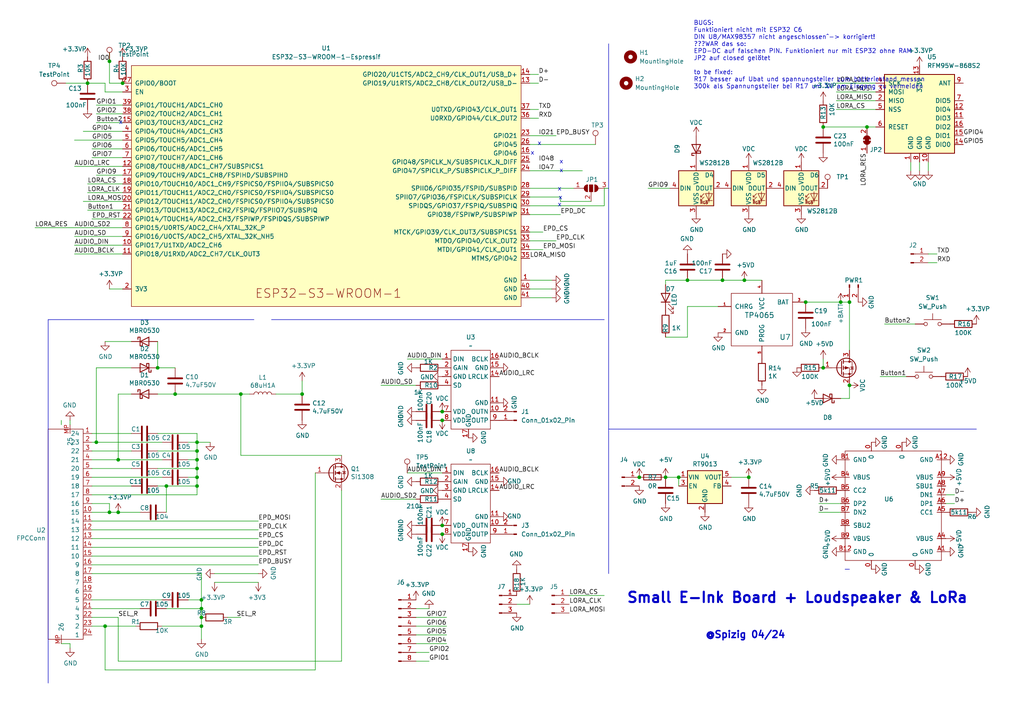
<source format=kicad_sch>
(kicad_sch (version 20231120) (generator "eeschema") (generator_version "8.0")
  (paper "A4")
  (lib_symbols
    (symbol "Connector:Conn_01x02_Pin" (pin_names (offset 1.016) hide)
      (property "Reference" "J" (at 0 2.54 0))
      (property "Value" "Conn_01x02_Pin" (at 0 -5.08 0))
      (symbol "Conn_01x02_Pin_1_1"
        (pin passive line (at 5.08 0 180) (length 3.81) (name "Pin_1") (number "1"))
        (pin passive line (at 5.08 -2.54 180) (length 3.81) (name "Pin_2") (number "2"))
      )
    )
    (symbol "Connector:Conn_01x03_Pin" (pin_names (offset 1.016) hide)
      (property "Reference" "J" (at 0 5.08 0))
      (property "Value" "Conn_01x03_Pin" (at 0 -5.08 0))
      (symbol "Conn_01x03_Pin_1_1"
        (pin passive line (at 5.08 2.54 180) (length 3.81) (name "Pin_1") (number "1"))
        (pin passive line (at 5.08 0 180) (length 3.81) (name "Pin_2") (number "2"))
        (pin passive line (at 5.08 -2.54 180) (length 3.81) (name "Pin_3") (number "3"))
      )
    )
    (symbol "Connector:Conn_01x08_Pin" (pin_names (offset 1.016) hide)
      (property "Reference" "J" (at 0 10.16 0))
      (property "Value" "Conn_01x08_Pin" (at 0 -12.7 0))
      (symbol "Conn_01x08_Pin_1_1"
        (pin passive line (at 5.08 7.62 180) (length 3.81) (name "Pin_1") (number "1"))
        (pin passive line (at 5.08 5.08 180) (length 3.81) (name "Pin_2") (number "2"))
        (pin passive line (at 5.08 2.54 180) (length 3.81) (name "Pin_3") (number "3"))
        (pin passive line (at 5.08 0 180) (length 3.81) (name "Pin_4") (number "4"))
        (pin passive line (at 5.08 -2.54 180) (length 3.81) (name "Pin_5") (number "5"))
        (pin passive line (at 5.08 -5.08 180) (length 3.81) (name "Pin_6") (number "6"))
        (pin passive line (at 5.08 -7.62 180) (length 3.81) (name "Pin_7") (number "7"))
        (pin passive line (at 5.08 -10.16 180) (length 3.81) (name "Pin_8") (number "8"))
      )
    )
    (symbol "Connector:TestPoint" (pin_numbers hide) (pin_names (offset 0.762) hide)
      (property "Reference" "TP" (at 0 6.858 0))
      (property "Value" "TestPoint" (at 0 5.08 0))
      (symbol "TestPoint_1_1"
        (pin passive line (at 0 0 90) (length 2.54) (name "1") (number "1"))
      )
    )
    (symbol "Device:C" (pin_numbers hide) (pin_names (offset 0.254))
      (property "Reference" "C" (at 0.635 2.54 0))
      (property "Value" "C" (at 0.635 -2.54 0))
      (symbol "C_1_1"
        (pin passive line (at 0 3.81 270) (length 2.794) (name "~") (number "1"))
        (pin passive line (at 0 -3.81 90) (length 2.794) (name "~") (number "2"))
      )
    )
    (symbol "Device:Fuse" (pin_numbers hide) (pin_names (offset 0))
      (property "Reference" "F" (at 2.032 0 90))
      (property "Value" "Fuse" (at -1.905 0 90))
      (symbol "Fuse_1_1"
        (pin passive line (at 0 3.81 270) (length 1.27) (name "~") (number "1"))
        (pin passive line (at 0 -3.81 90) (length 1.27) (name "~") (number "2"))
      )
    )
    (symbol "Device:L" (pin_numbers hide) (pin_names (offset 1.016) hide)
      (property "Reference" "L" (at -1.27 0 90))
      (property "Value" "L" (at 1.905 0 90))
      (symbol "L_1_1"
        (pin passive line (at 0 3.81 270) (length 1.27) (name "1") (number "1"))
        (pin passive line (at 0 -3.81 90) (length 1.27) (name "2") (number "2"))
      )
    )
    (symbol "Device:LED" (pin_numbers hide) (pin_names (offset 1.016) hide)
      (property "Reference" "D" (at 0 2.54 0))
      (property "Value" "LED" (at 0 -2.54 0))
      (symbol "LED_1_1"
        (pin passive line (at -3.81 0 0) (length 2.54) (name "K") (number "1"))
        (pin passive line (at 3.81 0 180) (length 2.54) (name "A") (number "2"))
      )
    )
    (symbol "Device:R" (pin_numbers hide) (pin_names (offset 0))
      (property "Reference" "R" (at 2.032 0 90))
      (property "Value" "R" (at 0 0 90))
      (symbol "R_1_1"
        (pin passive line (at 0 3.81 270) (length 1.27) (name "~") (number "1"))
        (pin passive line (at 0 -3.81 90) (length 1.27) (name "~") (number "2"))
      )
    )
    (symbol "Diode:MBR0530" (pin_numbers hide) (pin_names (offset 1.016) hide)
      (property "Reference" "D" (at 0 2.54 0))
      (property "Value" "MBR0530" (at 0 -2.54 0))
      (symbol "MBR0530_1_1"
        (pin passive line (at -3.81 0 0) (length 2.54) (name "K") (number "1"))
        (pin passive line (at 3.81 0 180) (length 2.54) (name "A") (number "2"))
      )
    )
    (symbol "Jumper:SolderJumper_2_Bridged" (pin_names (offset 0) hide)
      (property "Reference" "JP" (at 0 2.032 0))
      (property "Value" "SolderJumper_2_Bridged" (at 0 -2.54 0))
      (symbol "SolderJumper_2_Bridged_1_1"
        (pin passive line (at -3.81 0 0) (length 2.54) (name "A") (number "1"))
        (pin passive line (at 3.81 0 180) (length 2.54) (name "B") (number "2"))
      )
    )
    (symbol "Jumper:SolderJumper_3_Open" (pin_names (offset 0) hide)
      (property "Reference" "JP" (at -2.54 -2.54 0))
      (property "Value" "SolderJumper_3_Open" (at 0 2.794 0))
      (symbol "SolderJumper_3_Open_1_1"
        (pin passive line (at -5.08 0 0) (length 2.54) (name "A") (number "1"))
        (pin passive line (at 0 -3.81 90) (length 2.54) (name "C") (number "2"))
        (pin passive line (at 5.08 0 180) (length 2.54) (name "B") (number "3"))
      )
    )
    (symbol "LED:WS2812B" (pin_names (offset 0.254))
      (property "Reference" "D" (at 5.08 5.715 0))
      (property "Value" "WS2812B" (at 1.27 -5.715 0))
      (symbol "WS2812B_0_0"
        (text "RGB" (at 2.286 -4.191 0) (effects (font (size 0.762 0.762))))
      )
      (symbol "WS2812B_1_1"
        (pin power_in line (at 0 7.62 270) (length 2.54) (name "VDD") (number "1"))
        (pin output line (at 7.62 0 180) (length 2.54) (name "DOUT") (number "2"))
        (pin power_in line (at 0 -7.62 90) (length 2.54) (name "VSS") (number "3"))
        (pin input line (at -7.62 0 0) (length 2.54) (name "DIN") (number "4"))
      )
    )
    (symbol "MAX98357AETE+T:MAX98357A"
      (property "Reference" "U3" (at -3.175 2.54 0))
      (property "Value" "~" (at -3.175 0 0))
      (symbol "MAX98357A_1_1"
        (pin input line (at -11.43 -3.81 0) (length 2.54) (name "DIN") (number "1"))
        (pin input line (at 5.08 -19.05 180) (length 2.54) (name "OUTN") (number "10"))
        (pin power_in line (at 5.08 -16.51 180) (length 2.54) (name "GND") (number "11"))
        (pin bidirectional line (at 5.08 -13.97 180) (length 2.54) hide (name "N.C.") (number "12"))
        (pin bidirectional line (at 5.08 -11.43 180) (length 2.54) hide (name "N.C.") (number "13"))
        (pin input line (at 5.08 -8.89 180) (length 2.54) (name "LRCLK") (number "14"))
        (pin power_in line (at 5.08 -6.35 180) (length 2.54) (name "GND") (number "15"))
        (pin input line (at 5.08 -3.81 180) (length 2.54) (name "BCLK") (number "16"))
        (pin power_in line (at -3.81 -26.67 90) (length 2.54) (name "GND") (number "17"))
        (pin input line (at -11.43 -6.35 0) (length 2.54) (name "GAIN") (number "2"))
        (pin power_in line (at -11.43 -8.89 0) (length 2.54) (name "GND") (number "3"))
        (pin bidirectional line (at -11.43 -11.43 0) (length 2.54) (name "SD") (number "4"))
        (pin bidirectional line (at -11.43 -13.97 0) (length 2.54) hide (name "N.C.") (number "5"))
        (pin bidirectional line (at -11.43 -16.51 0) (length 2.54) hide (name "N.C.") (number "6"))
        (pin power_in line (at -11.43 -19.05 0) (length 2.54) (name "VDD") (number "7"))
        (pin power_in line (at -11.43 -21.59 0) (length 2.54) (name "VDD") (number "8"))
        (pin input line (at 5.08 -21.59 180) (length 2.54) (name "OUTP") (number "9"))
      )
    )
    (symbol "Mechanical:MountingHole" (pin_names (offset 1.016))
      (property "Reference" "H" (at 0 5.08 0))
      (property "Value" "MountingHole" (at 0 3.175 0))
    )
    (symbol "RF_Module:RFM95W-868S2" (pin_names (offset 1.016))
      (property "Reference" "U" (at -10.414 11.684 0))
      (property "Value" "RFM95W-868S2" (at 1.524 11.43 0))
      (symbol "RFM95W-868S2_1_1"
        (pin power_in line (at -2.54 -15.24 90) (length 2.54) (name "GND") (number "1"))
        (pin power_in line (at 2.54 -15.24 90) (length 2.54) (name "GND") (number "10"))
        (pin bidirectional line (at 12.7 -2.54 180) (length 2.54) (name "DIO3") (number "11"))
        (pin bidirectional line (at 12.7 0 180) (length 2.54) (name "DIO4") (number "12"))
        (pin power_in line (at 0 12.7 270) (length 2.54) (name "3.3V") (number "13"))
        (pin bidirectional line (at 12.7 -10.16 180) (length 2.54) (name "DIO0") (number "14"))
        (pin bidirectional line (at 12.7 -7.62 180) (length 2.54) (name "DIO1") (number "15"))
        (pin bidirectional line (at 12.7 -5.08 180) (length 2.54) (name "DIO2") (number "16"))
        (pin output line (at -12.7 2.54 0) (length 2.54) (name "MISO") (number "2"))
        (pin input line (at -12.7 5.08 0) (length 2.54) (name "MOSI") (number "3"))
        (pin input line (at -12.7 7.62 0) (length 2.54) (name "SCK") (number "4"))
        (pin input line (at -12.7 0 0) (length 2.54) (name "NSS") (number "5"))
        (pin bidirectional line (at -12.7 -5.08 0) (length 2.54) (name "RESET") (number "6"))
        (pin bidirectional line (at 12.7 2.54 180) (length 2.54) (name "DIO5") (number "7"))
        (pin power_in line (at 0 -15.24 90) (length 2.54) (name "GND") (number "8"))
        (pin bidirectional line (at 12.7 7.62 180) (length 2.54) (name "ANT") (number "9"))
      )
    )
    (symbol "Regulator_Linear:TPS72201" (pin_names (offset 0.254))
      (property "Reference" "U" (at -3.81 5.715 0))
      (property "Value" "TPS72201" (at 0 5.715 0))
      (symbol "TPS72201_1_1"
        (pin power_in line (at -7.62 2.54 0) (length 2.54) (name "VIN") (number "1"))
        (pin power_in line (at 0 -7.62 90) (length 2.54) (name "GND") (number "2"))
        (pin input line (at -7.62 0 0) (length 2.54) (name "EN") (number "3"))
        (pin input line (at 7.62 0 180) (length 2.54) (name "FB") (number "4"))
        (pin power_out line (at 7.62 2.54 180) (length 2.54) (name "VOUT") (number "5"))
      )
    )
    (symbol "Switch:SW_Push" (pin_numbers hide) (pin_names (offset 1.016) hide)
      (property "Reference" "SW" (at 1.27 2.54 0))
      (property "Value" "SW_Push" (at 0 -1.524 0))
      (symbol "SW_Push_0_1"
        (pin passive line (at -5.08 0 0) (length 2.54) (name "1") (number "1"))
        (pin passive line (at 5.08 0 180) (length 2.54) (name "2") (number "2"))
      )
    )
    (symbol "Transistor_FET:2N7002" (pin_names hide)
      (property "Reference" "Q" (at 5.08 1.905 0))
      (property "Value" "2N7002" (at 5.08 0 0))
      (symbol "2N7002_1_1"
        (pin input line (at -5.08 0 0) (length 2.54) (name "G") (number "1"))
        (pin passive line (at 2.54 -5.08 90) (length 2.54) (name "S") (number "2"))
        (pin passive line (at 2.54 5.08 270) (length 2.54) (name "D") (number "3"))
      )
    )
    (symbol "Transistor_FET:DMG2301L" (pin_names hide)
      (property "Reference" "Q" (at 5.08 1.905 0))
      (property "Value" "DMG2301L" (at 5.08 0 0))
      (symbol "DMG2301L_1_1"
        (pin input line (at -5.08 0 0) (length 2.54) (name "G") (number "1"))
        (pin passive line (at 2.54 -5.08 90) (length 2.54) (name "S") (number "2"))
        (pin passive line (at 2.54 5.08 270) (length 2.54) (name "D") (number "3"))
      )
    )
    (symbol "keyboardEink-rescue:Conn_01x02_Male-Connector" (pin_names (offset 1.016) hide)
      (property "Reference" "J" (at 0 2.54 0))
      (property "Value" "Connector_Conn_01x02_Male" (at 0 -5.08 0))
      (symbol "Conn_01x02_Male-Connector_1_1"
        (pin passive line (at 5.08 0 180) (length 3.81) (name "Pin_1") (number "1"))
        (pin passive line (at 5.08 -2.54 180) (length 3.81) (name "Pin_2") (number "2"))
      )
    )
    (symbol "power:+3.3VP" (power) (pin_names (offset 0))
      (property "Value" "+3.3VP" (at 0 2.54 0))
      (symbol "+3.3VP_0_0"
        (pin power_in line (at 0 0 90) (length 0) hide (name "+3.3VP") (number "1"))
      )
    )
    (symbol "power:+5V" (power) (pin_names (offset 0))
      (property "Value" "+5V" (at 0 3.556 0))
      (symbol "+5V_1_1"
        (pin power_in line (at 0 0 90) (length 0) hide (name "+5V") (number "1"))
      )
    )
    (symbol "power:+5VD" (power) (pin_names (offset 0))
      (property "Value" "+5VD" (at 0 3.556 0))
      (symbol "+5VD_1_1"
        (pin power_in line (at 0 0 90) (length 0) hide (name "+5VD") (number "1"))
      )
    )
    (symbol "power:+BATT" (power) (pin_names (offset 0))
      (property "Value" "+BATT" (at 0 3.556 0))
      (symbol "+BATT_1_1"
        (pin power_in line (at 0 0 90) (length 0) hide (name "+BATT") (number "1"))
      )
    )
    (symbol "power:GND" (power) (pin_names (offset 0))
      (property "Value" "GND" (at 0 -3.81 0))
      (symbol "GND_1_1"
        (pin power_in line (at 0 0 270) (length 0) hide (name "GND") (number "1"))
      )
    )
    (symbol "power:VDC" (power) (pin_names (offset 0))
      (property "Value" "VDC" (at 0 6.35 0))
      (symbol "VDC_1_1"
        (pin power_in line (at 0 0 90) (length 0) hide (name "VDC") (number "1"))
      )
    )
    (symbol "s3Basic-rescue:+3.3V-power" (power) (pin_names (offset 0))
      (property "Value" "+3.3V-power" (at 0 3.556 0))
      (symbol "+3.3V-power_1_1"
        (pin power_in line (at 0 0 90) (length 0) hide (name "+3V3") (number "1"))
      )
    )
    (symbol "s3Basic-rescue:ESP32-S3-WROOM-1-Espressif" (pin_names (offset 1.016))
      (property "Reference" "U" (at 0 35.56 0))
      (property "Value" "ESP32-S3-WROOM-1-Espressif" (at 0 -36.83 0))
      (symbol "ESP32-S3-WROOM-1-Espressif_0_0"
        (text "ESP32-S3-WROOM-1" (at 0 -31.75 0) (effects (font (size 2.54 2.54))))
        (pin power_in line (at 58.42 -27.94 180) (length 2.54) (name "GND") (number "1"))
        (pin bidirectional line (at -59.69 -17.78 0) (length 2.54) (name "GPIO17/U1TXD/ADC2_CH6") (number "10"))
        (pin bidirectional line (at -59.69 -20.32 0) (length 2.54) (name "GPIO18/U1RXD/ADC2_CH7/CLK_OUT3") (number "11"))
        (pin bidirectional line (at -59.69 5.08 0) (length 2.54) (name "GPIO8/TOUCH8/ADC1_CH7/SUBSPICS1") (number "12"))
        (pin bidirectional line (at 58.42 29.21 180) (length 2.54) (name "GPIO19/U1RTS/ADC2_CH8/CLK_OUT2/USB_D-") (number "13"))
        (pin bidirectional line (at 58.42 31.75 180) (length 2.54) (name "GPIO20/U1CTS/ADC2_CH9/CLK_OUT1/USB_D+") (number "14"))
        (pin bidirectional line (at -59.69 17.78 0) (length 2.54) (name "GPIO3/TOUCH3/ADC1_CH2") (number "15"))
        (pin bidirectional line (at 58.42 8.89 180) (length 2.54) (name "GPIO46") (number "16"))
        (pin bidirectional line (at -59.69 2.54 0) (length 2.54) (name "GPIO9/TOUCH9/ADC1_CH8/FSPIHD/SUBSPIHD") (number "17"))
        (pin bidirectional line (at -59.69 0 0) (length 2.54) (name "GPIO10/TOUCH10/ADC1_CH9/FSPICS0/FSPIIO4/SUBSPICS0") (number "18"))
        (pin bidirectional line (at -59.69 -2.54 0) (length 2.54) (name "GPIO11/TOUCH11/ADC2_CH0/FSPICS0/FSPIIO4/SUBSPICS0") (number "19"))
        (pin power_in line (at -59.69 -30.48 0) (length 2.54) (name "3V3") (number "2"))
        (pin bidirectional line (at -59.69 -5.08 0) (length 2.54) (name "GPIO12/TOUCH11/ADC2_CH0/FSPICS0/FSPIIO4/SUBSPICS0") (number "20"))
        (pin bidirectional line (at -59.69 -7.62 0) (length 2.54) (name "GPIO13/TOUCH13/ADC2_CH2/FSPIQ/FSPIIO7/SUBSPIQ") (number "21"))
        (pin bidirectional line (at -59.69 -10.16 0) (length 2.54) (name "GPIO14/TOUCH14/ADC2_CH3/FSPIWP/FSPIDQS/SUBSPIWP") (number "22"))
        (pin bidirectional line (at 58.42 13.97 180) (length 2.54) (name "GPIO21") (number "23"))
        (pin bidirectional line (at 58.42 3.81 180) (length 2.54) (name "GPIO47/SPICLK_P/SUBSPICLK_P_DIFF") (number "24"))
        (pin bidirectional line (at 58.42 6.35 180) (length 2.54) (name "GPIO48/SPICLK_N/SUBSPICLK_N_DIFF") (number "25"))
        (pin bidirectional line (at 58.42 11.43 180) (length 2.54) (name "GPIO45") (number "26"))
        (pin bidirectional line (at -59.69 29.21 0) (length 2.54) (name "GPIO0/BOOT") (number "27"))
        (pin bidirectional line (at 58.42 -1.27 180) (length 2.54) (name "SPIIO6/GPIO35/FSPID/SUBSPID") (number "28"))
        (pin bidirectional line (at 58.42 -3.81 180) (length 2.54) (name "SPIIO7/GPIO36/FSPICLK/SUBSPICLK") (number "29"))
        (pin input line (at -59.69 26.67 0) (length 2.54) (name "EN") (number "3"))
        (pin bidirectional line (at 58.42 -6.35 180) (length 2.54) (name "SPIDQS/GPIO37/FSPIQ/SUBSPIQ") (number "30"))
        (pin bidirectional line (at 58.42 -8.89 180) (length 2.54) (name "GPIO38/FSPIWP/SUBSPIWP") (number "31"))
        (pin bidirectional line (at 58.42 -13.97 180) (length 2.54) (name "MTCK/GPIO39/CLK_OUT3/SUBSPICS1") (number "32"))
        (pin bidirectional line (at 58.42 -16.51 180) (length 2.54) (name "MTDO/GPIO40/CLK_OUT2") (number "33"))
        (pin bidirectional line (at 58.42 -19.05 180) (length 2.54) (name "MTDI/GPIO41/CLK_OUT1") (number "34"))
        (pin bidirectional line (at 58.42 -21.59 180) (length 2.54) (name "MTMS/GPIO42") (number "35"))
        (pin bidirectional line (at 58.42 19.05 180) (length 2.54) (name "U0RXD/GPIO44/CLK_OUT2") (number "36"))
        (pin bidirectional line (at 58.42 21.59 180) (length 2.54) (name "U0TXD/GPIO43/CLK_OUT1") (number "37"))
        (pin bidirectional line (at -59.69 20.32 0) (length 2.54) (name "GPIO2/TOUCH2/ADC1_CH1") (number "38"))
        (pin bidirectional line (at -59.69 22.86 0) (length 2.54) (name "GPIO1/TOUCH1/ADC1_CH0") (number "39"))
        (pin bidirectional line (at -59.69 15.24 0) (length 2.54) (name "GPIO4/TOUCH4/ADC1_CH3") (number "4"))
        (pin power_in line (at 58.42 -30.48 180) (length 2.54) (name "GND") (number "40"))
        (pin power_in line (at 58.42 -33.02 180) (length 2.54) (name "GND") (number "41"))
        (pin bidirectional line (at -59.69 12.7 0) (length 2.54) (name "GPIO5/TOUCH5/ADC1_CH4") (number "5"))
        (pin bidirectional line (at -59.69 10.16 0) (length 2.54) (name "GPIO6/TOUCH6/ADC1_CH5") (number "6"))
        (pin bidirectional line (at -59.69 7.62 0) (length 2.54) (name "GPIO7/TOUCH7/ADC1_CH6") (number "7"))
        (pin bidirectional line (at -59.69 -12.7 0) (length 2.54) (name "GPIO15/U0RTS/ADC2_CH4/XTAL_32K_P") (number "8"))
        (pin bidirectional line (at -59.69 -15.24 0) (length 2.54) (name "GPIO16/U0CTS/ADC2_CH5/XTAL_32K_NH5") (number "9"))
      )
    )
    (symbol "s3Basic-rescue:FPCConn-Connector2" (pin_names (offset 1.016))
      (property "Reference" "U" (at 0 0 0))
      (property "Value" "FPCConn-Connector2" (at 0 0 0))
      (symbol "FPCConn-Connector2_1_1"
        (pin input line (at 0 54.61 180) (length 2.54) (name "24") (number "1"))
        (pin input line (at 0 31.75 180) (length 2.54) (name "15") (number "10"))
        (pin input line (at 0 29.21 180) (length 2.54) (name "14") (number "11"))
        (pin input line (at 0 26.67 180) (length 2.54) (name "13") (number "12"))
        (pin input line (at 0 24.13 180) (length 2.54) (name "12") (number "13"))
        (pin input line (at 0 21.59 180) (length 2.54) (name "11") (number "14"))
        (pin input line (at 0 19.05 180) (length 2.54) (name "10") (number "15"))
        (pin input line (at 0 16.51 180) (length 2.54) (name "9") (number "16"))
        (pin input line (at 0 13.97 180) (length 2.54) (name "8") (number "17"))
        (pin input line (at 0 11.43 180) (length 2.54) (name "7") (number "18"))
        (pin input line (at 0 8.89 180) (length 2.54) (name "6") (number "19"))
        (pin input line (at 0 52.07 180) (length 2.54) (name "23") (number "2"))
        (pin input line (at 0 6.35 180) (length 2.54) (name "5") (number "20"))
        (pin input line (at 0 3.81 180) (length 2.54) (name "4") (number "21"))
        (pin input line (at 0 1.27 180) (length 2.54) (name "3") (number "22"))
        (pin input line (at 0 -1.27 180) (length 2.54) (name "2") (number "23"))
        (pin input line (at 0 -3.81 180) (length 2.54) (name "1") (number "24"))
        (pin input line (at 0 49.53 180) (length 2.54) (name "22") (number "3"))
        (pin input line (at 0 46.99 180) (length 2.54) (name "21") (number "4"))
        (pin input line (at 0 44.45 180) (length 2.54) (name "20") (number "5"))
        (pin input line (at 0 41.91 180) (length 2.54) (name "19") (number "6"))
        (pin input line (at 0 39.37 180) (length 2.54) (name "18") (number "7"))
        (pin input line (at 0 36.83 180) (length 2.54) (name "17") (number "8"))
        (pin input line (at 0 34.29 180) (length 2.54) (name "16") (number "9"))
        (pin bidirectional line (at -6.35 57.15 270) (length 2.54) (name "25") (number "MP"))
        (pin bidirectional line (at -8.89 -6.35 90) (length 2.54) (name "26") (number "MP"))
      )
    )
    (symbol "tp4056:KoreanHropartsElecTYPE-C-31-M-12" (pin_names (offset 1.016))
      (property "Reference" "U" (at 0 0 0))
      (property "Value" "KoreanHropartsElecTYPE-C-31-M-12" (at 0 0 0))
      (symbol "KoreanHropartsElecTYPE-C-31-M-12_1_1"
        (pin unspecified line (at 1.27 -35.56 90) (length 2.54) (name "0") (number "0"))
        (pin unspecified line (at 1.27 1.27 270) (length 2.54) (name "0") (number "0"))
        (pin unspecified line (at 10.16 1.27 270) (length 2.54) (name "0") (number "0"))
        (pin unspecified line (at 13.97 -35.56 90) (length 2.54) (name "0") (number "0"))
        (pin power_out line (at 22.86 -30.48 180) (length 2.54) (name "GND") (number "A1"))
        (pin power_out line (at 22.86 -3.81 180) (length 2.54) (name "GND") (number "A12"))
        (pin power_in line (at 22.86 -26.67 180) (length 2.54) (name "VBUS") (number "A4"))
        (pin bidirectional line (at 22.86 -19.05 180) (length 2.54) (name "CC1") (number "A5"))
        (pin bidirectional line (at 22.86 -16.51 180) (length 2.54) (name "DP1") (number "A6"))
        (pin bidirectional line (at 22.86 -13.97 180) (length 2.54) (name "DN1") (number "A7"))
        (pin bidirectional line (at 22.86 -11.43 180) (length 2.54) (name "SBU1") (number "A8"))
        (pin power_in line (at 22.86 -8.89 180) (length 2.54) (name "VBUS") (number "A9"))
        (pin power_out line (at -7.62 -3.81 0) (length 2.54) (name "GND") (number "B1"))
        (pin power_in line (at -7.62 -30.48 0) (length 2.54) (name "GND") (number "B12"))
        (pin power_in line (at -7.62 -8.89 0) (length 2.54) (name "VBUS") (number "B4"))
        (pin bidirectional line (at -7.62 -12.7 0) (length 2.54) (name "CC2") (number "B5"))
        (pin bidirectional line (at -7.62 -16.51 0) (length 2.54) (name "DP2") (number "B6"))
        (pin bidirectional line (at -7.62 -19.05 0) (length 2.54) (name "DN2") (number "B7"))
        (pin bidirectional line (at -7.62 -22.86 0) (length 2.54) (name "SBU2") (number "B8"))
        (pin power_in line (at -7.62 -26.67 0) (length 2.54) (name "VBUS") (number "B9"))
      )
    )
    (symbol "tp4056:TP4065" (pin_names (offset 1.016))
      (property "Reference" "U" (at -8.89 10.16 0))
      (property "Value" "TP4065" (at 8.89 10.16 0))
      (symbol "TP4065_1_1"
        (pin open_collector line (at -12.7 5.08 0) (length 3.81) (name "CHRG") (number "1"))
        (pin power_in line (at -12.7 -2.54 0) (length 3.81) (name "GND") (number "2"))
        (pin power_out line (at 12.7 6.35 180) (length 3.81) (name "BAT") (number "3"))
        (pin power_in line (at 0 12.7 270) (length 3.81) (name "VCC") (number "4"))
        (pin passive line (at 0 -10.16 90) (length 3.81) (name "PROG") (number "5"))
      )
    )
  )
  (junction (at 185.42 138.43))
  (junction (at 243.84 87.63))
  (junction (at 50.8 114.3))
  (junction (at 215.9 81.28))
  (junction (at 57.15 133.35))
  (junction (at 45.72 106.68))
  (junction (at 30.48 181.61))
  (junction (at 246.38 111.76))
  (junction (at 196.85 138.43))
  (junction (at 34.29 148.59))
  (junction (at 34.29 133.35))
  (junction (at 58.42 176.53))
  (junction (at 57.15 138.43))
  (junction (at 31.75 148.59))
  (junction (at 128.27 121.92))
  (junction (at 128.27 152.4))
  (junction (at 69.85 114.3))
  (junction (at 193.04 138.43))
  (junction (at 238.76 106.68))
  (junction (at 35.56 24.13))
  (junction (at 251.46 36.83))
  (junction (at 31.75 17.78))
  (junction (at 238.76 36.83))
  (junction (at 246.38 87.63))
  (junction (at 209.55 81.28))
  (junction (at 57.15 130.81))
  (junction (at 87.63 114.3))
  (junction (at 27.94 128.27))
  (junction (at 25.4 24.13))
  (junction (at 57.15 140.97))
  (junction (at 233.68 87.63))
  (junction (at 58.42 181.61))
  (junction (at 199.39 81.28))
  (junction (at 57.15 128.27))
  (junction (at 58.42 179.07))
  (junction (at 57.15 135.89))
  (junction (at 48.26 140.97))
  (junction (at 128.27 154.94))
  (junction (at 128.27 119.38))
  (junction (at 217.17 138.43))
  (junction (at 58.42 173.99))
  (wire (pts (xy 30.48 24.13) (xy 30.48 26.67)))
  (wire (pts (xy 242.57 26.67) (xy 254 26.67)))
  (wire (pts (xy 243.84 87.63) (xy 246.38 87.63)))
  (wire (pts (xy 30.48 194.31) (xy 91.44 194.31)))
  (wire (pts (xy 27.94 30.48) (xy 35.56 30.48)))
  (wire (pts (xy 31.75 24.13) (xy 35.56 24.13)))
  (wire (pts (xy 57.15 140.97) (xy 57.15 138.43)))
  (wire (pts (xy 38.1 135.89) (xy 26.67 135.89)))
  (wire (pts (xy 27.94 33.02) (xy 35.56 33.02)))
  (wire (pts (xy 31.75 83.82) (xy 35.56 83.82)))
  (wire (pts (xy 34.29 114.3) (xy 34.29 133.35)))
  (wire (pts (xy 34.29 133.35) (xy 46.99 133.35)))
  (wire (pts (xy 153.67 49.53) (xy 168.91 49.53)))
  (wire (pts (xy 274.32 146.05) (xy 276.86 146.05)))
  (wire (pts (xy 153.67 59.69) (xy 175.26 59.69)))
  (wire (pts (xy 40.64 148.59) (xy 34.29 148.59)))
  (wire (pts (xy 30.48 194.31) (xy 30.48 181.61)))
  (wire (pts (xy 196.85 138.43) (xy 196.85 140.97)))
  (wire (pts (xy 120.65 189.23) (xy 124.46 189.23)))
  (wire (pts (xy 26.67 45.72) (xy 35.56 45.72)))
  (wire (pts (xy 30.48 26.67) (xy 35.56 26.67)))
  (wire (pts (xy 209.55 81.28) (xy 199.39 81.28)))
  (wire (pts (xy 54.61 138.43) (xy 57.15 138.43)))
  (wire (pts (xy 58.42 173.99) (xy 58.42 176.53)))
  (wire (pts (xy 25.4 53.34) (xy 35.56 53.34)))
  (wire (pts (xy 10.16 66.04) (xy 35.56 66.04)))
  (polyline (pts (xy 176.53 124.46) (xy 283.21 124.46)))
  (wire (pts (xy 69.85 132.08) (xy 99.06 132.08)))
  (wire (pts (xy 17.78 121.92) (xy 17.78 123.19)))
  (wire (pts (xy 38.1 125.73) (xy 26.67 125.73)))
  (wire (pts (xy 251.46 36.83) (xy 254 36.83)))
  (wire (pts (xy 193.04 97.79) (xy 199.39 97.79)))
  (wire (pts (xy 26.67 176.53) (xy 40.64 176.53)))
  (wire (pts (xy 57.15 138.43) (xy 57.15 135.89)))
  (wire (pts (xy 256.54 93.98) (xy 265.43 93.98)))
  (wire (pts (xy 27.94 106.68) (xy 38.1 106.68)))
  (wire (pts (xy 199.39 97.79) (xy 199.39 88.9)))
  (wire (pts (xy 220.98 81.28) (xy 215.9 81.28)))
  (wire (pts (xy 54.61 173.99) (xy 58.42 173.99)))
  (wire (pts (xy 246.38 115.57) (xy 243.84 115.57)))
  (wire (pts (xy 120.65 191.77) (xy 124.46 191.77)))
  (wire (pts (xy 165.1 172.72) (xy 175.26 172.72)))
  (wire (pts (xy 153.67 57.15) (xy 162.56 57.15)))
  (wire (pts (xy 54.61 133.35) (xy 57.15 133.35)))
  (wire (pts (xy 48.26 140.97) (xy 48.26 148.59)))
  (wire (pts (xy 45.72 135.89) (xy 57.15 135.89)))
  (wire (pts (xy 46.99 173.99) (xy 26.67 173.99)))
  (wire (pts (xy 31.75 17.78) (xy 31.75 24.13)))
  (wire (pts (xy 274.32 143.51) (xy 276.86 143.51)))
  (wire (pts (xy 57.15 128.27) (xy 57.15 125.73)))
  (wire (pts (xy 171.45 58.42) (xy 162.56 58.42)))
  (wire (pts (xy 237.49 148.59) (xy 243.84 148.59)))
  (wire (pts (xy 26.67 158.75) (xy 74.93 158.75)))
  (wire (pts (xy 269.24 46.99) (xy 269.24 49.53)))
  (wire (pts (xy 215.9 81.28) (xy 209.55 81.28)))
  (polyline (pts (xy 13.97 92.71) (xy 73.66 92.71)))
  (wire (pts (xy 153.67 54.61) (xy 166.37 54.61)))
  (wire (pts (xy 27.94 35.56) (xy 35.56 35.56)))
  (wire (pts (xy 26.67 161.29) (xy 74.93 161.29)))
  (wire (pts (xy 26.67 63.5) (xy 35.56 63.5)))
  (wire (pts (xy 153.67 83.82) (xy 160.02 83.82)))
  (wire (pts (xy 57.15 130.81) (xy 57.15 128.27)))
  (wire (pts (xy 57.15 135.89) (xy 57.15 133.35)))
  (polyline (pts (xy 13.97 198.12) (xy 13.97 92.71)))
  (wire (pts (xy 69.85 132.08) (xy 69.85 114.3)))
  (wire (pts (xy 48.26 176.53) (xy 58.42 176.53)))
  (wire (pts (xy 45.72 140.97) (xy 48.26 140.97)))
  (wire (pts (xy 27.94 128.27) (xy 27.94 106.68)))
  (wire (pts (xy 24.13 58.42) (xy 35.56 58.42)))
  (wire (pts (xy 24.13 38.1) (xy 35.56 38.1)))
  (wire (pts (xy 34.29 179.07) (xy 34.29 191.77)))
  (wire (pts (xy 199.39 81.28) (xy 193.04 81.28)))
  (wire (pts (xy 27.94 50.8) (xy 35.56 50.8)))
  (wire (pts (xy 46.99 181.61) (xy 58.42 181.61)))
  (wire (pts (xy 45.72 130.81) (xy 57.15 130.81)))
  (wire (pts (xy 62.23 166.37) (xy 74.93 166.37)))
  (wire (pts (xy 30.48 181.61) (xy 26.67 181.61)))
  (wire (pts (xy 26.67 151.13) (xy 74.93 151.13)))
  (wire (pts (xy 25.4 55.88) (xy 35.56 55.88)))
  (wire (pts (xy 162.56 58.42) (xy 162.56 57.15)))
  (wire (pts (xy 187.96 54.61) (xy 194.31 54.61)))
  (wire (pts (xy 233.68 87.63) (xy 243.84 87.63)))
  (wire (pts (xy 31.75 15.24) (xy 31.75 17.78)))
  (wire (pts (xy 45.72 114.3) (xy 50.8 114.3)))
  (wire (pts (xy 120.65 179.07) (xy 129.54 179.07)))
  (wire (pts (xy 50.8 114.3) (xy 69.85 114.3)))
  (wire (pts (xy 26.67 130.81) (xy 38.1 130.81)))
  (wire (pts (xy 242.57 31.75) (xy 254 31.75)))
  (wire (pts (xy 17.78 186.69) (xy 20.32 186.69)))
  (wire (pts (xy 118.11 137.16) (xy 128.27 137.16)))
  (wire (pts (xy 34.29 191.77) (xy 99.06 191.77)))
  (wire (pts (xy 50.8 106.68) (xy 45.72 106.68)))
  (wire (pts (xy 58.42 181.61) (xy 58.42 185.42)))
  (wire (pts (xy 153.67 31.75) (xy 156.21 31.75)))
  (wire (pts (xy 212.09 138.43) (xy 217.17 138.43)))
  (wire (pts (xy 69.85 179.07) (xy 66.04 179.07)))
  (wire (pts (xy 80.01 114.3) (xy 87.63 114.3)))
  (wire (pts (xy 21.59 68.58) (xy 35.56 68.58)))
  (wire (pts (xy 19.05 24.13) (xy 25.4 24.13)))
  (wire (pts (xy 58.42 166.37) (xy 58.42 173.99)))
  (wire (pts (xy 31.75 148.59) (xy 34.29 148.59)))
  (wire (pts (xy 21.59 40.64) (xy 35.56 40.64)))
  (wire (pts (xy 39.37 181.61) (xy 30.48 181.61)))
  (wire (pts (xy 87.63 110.49) (xy 87.63 114.3)))
  (wire (pts (xy 153.67 67.31) (xy 157.48 67.31)))
  (wire (pts (xy 237.49 146.05) (xy 243.84 146.05)))
  (wire (pts (xy 99.06 191.77) (xy 99.06 142.24)))
  (wire (pts (xy 26.67 153.67) (xy 74.93 153.67)))
  (wire (pts (xy 20.32 123.19) (xy 20.32 121.92)))
  (wire (pts (xy 246.38 87.63) (xy 246.38 101.6)))
  (wire (pts (xy 26.67 43.18) (xy 35.56 43.18)))
  (wire (pts (xy 45.72 99.06) (xy 45.72 106.68)))
  (wire (pts (xy 153.67 86.36) (xy 160.02 86.36)))
  (wire (pts (xy 153.67 24.13) (xy 156.21 24.13)))
  (wire (pts (xy 264.16 46.99) (xy 264.16 49.53)))
  (wire (pts (xy 193.04 81.28) (xy 193.04 82.55)))
  (wire (pts (xy 27.94 128.27) (xy 46.99 128.27)))
  (wire (pts (xy 57.15 125.73) (xy 45.72 125.73)))
  (wire (pts (xy 26.67 148.59) (xy 31.75 148.59)))
  (wire (pts (xy 199.39 88.9) (xy 208.28 88.9)))
  (wire (pts (xy 46.99 138.43) (xy 26.67 138.43)))
  (polyline (pts (xy 176.53 12.7) (xy 176.53 166.37)))
  (wire (pts (xy 69.85 114.3) (xy 72.39 114.3)))
  (wire (pts (xy 26.67 156.21) (xy 74.93 156.21)))
  (wire (pts (xy 242.57 29.21) (xy 254 29.21)))
  (wire (pts (xy 38.1 114.3) (xy 34.29 114.3)))
  (wire (pts (xy 153.67 62.23) (xy 162.56 62.23)))
  (wire (pts (xy 149.86 175.26) (xy 153.67 175.26)))
  (wire (pts (xy 74.93 168.91) (xy 62.23 168.91)))
  (wire (pts (xy 120.65 176.53) (xy 124.46 176.53)))
  (wire (pts (xy 153.67 39.37) (xy 161.29 39.37)))
  (wire (pts (xy 120.65 186.69) (xy 129.54 186.69)))
  (wire (pts (xy 193.04 138.43) (xy 196.85 138.43)))
  (wire (pts (xy 255.27 109.22) (xy 262.89 109.22)))
  (wire (pts (xy 38.1 99.06) (xy 30.48 99.06)))
  (wire (pts (xy 153.67 21.59) (xy 156.21 21.59)))
  (wire (pts (xy 26.67 179.07) (xy 34.29 179.07)))
  (wire (pts (xy 58.42 176.53) (xy 58.42 179.07)))
  (wire (pts (xy 153.67 34.29) (xy 156.21 34.29)))
  (wire (pts (xy 54.61 128.27) (xy 57.15 128.27)))
  (wire (pts (xy 153.67 69.85) (xy 161.29 69.85)))
  (wire (pts (xy 118.11 104.14) (xy 128.27 104.14)))
  (polyline (pts (xy 245.11 165.1) (xy 246.38 165.1)))
  (wire (pts (xy 91.44 137.16) (xy 91.44 194.31)))
  (wire (pts (xy 21.59 48.26) (xy 35.56 48.26)))
  (wire (pts (xy 48.26 140.97) (xy 57.15 140.97)))
  (wire (pts (xy 269.24 76.2) (xy 271.78 76.2)))
  (wire (pts (xy 31.75 146.05) (xy 31.75 148.59)))
  (wire (pts (xy 30.48 24.13) (xy 25.4 24.13)))
  (wire (pts (xy 266.7 46.99) (xy 266.7 49.53)))
  (wire (pts (xy 58.42 179.07) (xy 58.42 181.61)))
  (wire (pts (xy 176.53 54.61) (xy 175.26 54.61)))
  (wire (pts (xy 110.49 111.76) (xy 120.65 111.76)))
  (wire (pts (xy 57.15 143.51) (xy 57.15 140.97)))
  (wire (pts (xy 120.65 181.61) (xy 129.54 181.61)))
  (wire (pts (xy 26.67 166.37) (xy 58.42 166.37)))
  (wire (pts (xy 26.67 140.97) (xy 38.1 140.97)))
  (wire (pts (xy 242.57 24.13) (xy 254 24.13)))
  (wire (pts (xy 57.15 128.27) (xy 60.96 128.27)))
  (wire (pts (xy 57.15 133.35) (xy 57.15 130.81)))
  (wire (pts (xy 269.24 73.66) (xy 271.78 73.66)))
  (wire (pts (xy 21.59 73.66) (xy 35.56 73.66)))
  (wire (pts (xy 25.4 60.96) (xy 35.56 60.96)))
  (wire (pts (xy 120.65 184.15) (xy 129.54 184.15)))
  (wire (pts (xy 246.38 111.76) (xy 246.38 115.57)))
  (wire (pts (xy 21.59 71.12) (xy 35.56 71.12)))
  (wire (pts (xy 26.67 128.27) (xy 27.94 128.27)))
  (wire (pts (xy 26.67 163.83) (xy 74.93 163.83)))
  (wire (pts (xy 20.32 186.69) (xy 20.32 187.96)))
  (wire (pts (xy 238.76 36.83) (xy 251.46 36.83)))
  (wire (pts (xy 238.76 106.68) (xy 238.76 104.14)))
  (wire (pts (xy 110.49 144.78) (xy 120.65 144.78)))
  (wire (pts (xy 153.67 81.28) (xy 160.02 81.28)))
  (wire (pts (xy 175.26 54.61) (xy 175.26 59.69)))
  (wire (pts (xy 26.67 143.51) (xy 57.15 143.51)))
  (polyline (pts (xy 78.74 92.71) (xy 175.26 92.71)))
  (wire (pts (xy 153.67 72.39) (xy 157.48 72.39)))
  (wire (pts (xy 26.67 146.05) (xy 31.75 146.05)))
  (wire (pts (xy 153.67 41.91) (xy 172.72 41.91)))
  (wire (pts (xy 26.67 133.35) (xy 34.29 133.35)))
  (text "x" (at 162.814 49.53 0) (effects (font (size 1.27 1.27))))
  (text "BUGS:\nFunktioniert nicht mit ESP32 C6\nDIN U8/MAX98357 nicht angeschlossen^-> korrigiert!\n???WAR das so: \nEPD-DC auf falschen PIN. Funktioniert nur mit ESP32 ohne RAM\nJP2 auf closed gelötet\n\nto be fixed:\nR17 besser auf Ubat und spannungsteiler zum batteriestand messen\n300k als Spannungsteiler bei R17 um %V am Eingang zu vermeiden" (at 201.168 16.002 0) (effects (font (size 1.27 1.27)) (justify left)))
  (text "x" (at 154.432 44.45 0) (effects (font (size 1.27 1.27))))
  (text "x" (at 162.56 57.404 0) (effects (font (size 1.27 1.27))))
  (text "x" (at 162.814 46.99 0) (effects (font (size 1.27 1.27))))
  (text "@Spizig 04/24" (at 204.47 185.42 0) (effects (font (size 2.0066 2.0066) (thickness 0.4013) (bold yes)) (justify left bottom)))
  (text "x" (at 162.306 59.436 0) (effects (font (size 1.27 1.27))))
  (text "x" (at 156.464 41.656 0) (effects (font (size 1.27 1.27))))
  (text "Small E-Ink Board + Loudspeaker & LoRa\n" (at 181.61 175.26 0) (effects (font (size 2.9972 2.9972) (thickness 0.5994) (bold yes)) (justify left bottom)))
  (text "x" (at 35.052 35.56 0) (effects (font (size 1.27 1.27))))
  (text "x" (at 162.306 54.864 0) (effects (font (size 1.27 1.27))))
  (label "AUDIO_LRC" (at 21.59 48.26 0))
  (label "IO0" (at 31.75 17.78 180))
  (label "AUDIO_DIN" (at 118.11 104.14 0))
  (label "EPD_RST" (at 74.93 161.29 0))
  (label "EPD_CLK" (at 74.93 153.67 0))
  (label "IO47" (at 156.21 49.53 0))
  (label "Button1" (at 255.27 109.22 0))
  (label "GPIO4" (at 129.54 186.69 180))
  (label "EPD_BUSY" (at 161.29 39.37 0))
  (label "LORA_CLK" (at 242.57 24.13 0))
  (label "LORA_RES" (at 10.16 66.04 0))
  (label "IO21" (at 156.21 39.37 0))
  (label "AUDIO_SD" (at 21.59 68.58 0))
  (label "SEL_R" (at 34.29 179.07 0))
  (label "AUDIO_DIN" (at 21.59 71.12 0))
  (label "AUDIO_BCLK" (at 21.59 73.66 0))
  (label "EPD_MOSI" (at 157.48 72.39 0))
  (label "GPIO9" (at 27.94 50.8 0))
  (label "LORA_CS" (at 165.1 172.72 0))
  (label "RXD" (at 271.78 76.2 0))
  (label "GPIO1" (at 27.94 30.48 0))
  (label "EPD_CLK" (at 161.29 69.85 0))
  (label "LORA_CS" (at 242.57 31.75 0))
  (label "AUDIO_BCLK" (at 144.78 104.14 0))
  (label "LORA_MISO" (at 153.67 74.93 0))
  (label "GPIO9" (at 187.96 54.61 0))
  (label "TXD" (at 156.21 31.75 0))
  (label "GPIO1" (at 124.46 191.77 0))
  (label "TXD" (at 271.78 73.66 0))
  (label "Button1" (at 25.4 60.96 0))
  (label "GPIO7" (at 26.67 45.72 0))
  (label "AUDIO_SD" (at 110.49 111.76 0))
  (label "GPIO5" (at 129.54 184.15 180))
  (label "D+" (at 156.21 21.59 0))
  (label "Button2" (at 256.54 93.98 0))
  (label "D+" (at 237.49 146.05 0))
  (label "RXD" (at 156.21 34.29 0))
  (label "LORA_RES" (at 251.46 44.45 270))
  (label "AUDIO_BCLK" (at 144.78 137.16 0))
  (label "AUDIO_LRC" (at 144.78 109.22 0))
  (label "LORA_CLK" (at 25.4 55.88 0))
  (label "EPD_BUSY" (at 74.93 163.83 0))
  (label "SEL_R" (at 68.58 179.07 0))
  (label "EPD_CS" (at 157.48 67.31 0))
  (label "GPIO5" (at 279.4 41.91 0))
  (label "LORA_CLK" (at 165.1 175.26 0))
  (label "EPD_CS" (at 74.93 156.21 0))
  (label "LORA_CS" (at 25.4 53.34 0))
  (label "LORA_MOSI" (at 165.1 177.8 0))
  (label "GPIO6" (at 26.67 43.18 0))
  (label "AUDIO_LRC" (at 144.78 142.24 0))
  (label "LORA_MOSI" (at 25.4 58.42 0))
  (label "GPIO4" (at 279.4 39.37 0))
  (label "EPD_MOSI" (at 74.93 151.13 0))
  (label "D-" (at 276.86 143.51 0))
  (label "EPD_DC" (at 162.56 62.23 0))
  (label "AUDIO_SD2" (at 21.59 66.04 0))
  (label "GPIO2" (at 27.94 33.02 0))
  (label "LORA_MISO" (at 242.57 29.21 0))
  (label "D+" (at 276.86 146.05 0))
  (label "EPD_DC" (at 74.93 158.75 0))
  (label "GPIO4" (at 26.67 38.1 0))
  (label "GPIO2" (at 124.46 189.23 0))
  (label "IO48" (at 156.21 46.99 0))
  (label "GPIO6" (at 129.54 181.61 180))
  (label "D-" (at 237.49 148.59 0))
  (label "AUDIO_DIN" (at 118.11 137.16 0))
  (label "LORA_MOSI" (at 242.57 26.67 0))
  (label "GPIO7" (at 129.54 179.07 180))
  (label "D-" (at 156.21 24.13 0))
  (label "GPIO5" (at 26.67 40.64 0))
  (label "AUDIO_SD2" (at 110.49 144.78 0))
  (label "Button2" (at 27.94 35.56 0))
  (label "EPD_RST" (at 26.67 63.5 0))
  (symbol (lib_id "Diode:MBR0530") (at 41.91 99.06 0) (unit 1)
    (property "Reference" "D3" (at 41.91 93.5482 0))
    (property "Value" "MBR0530" (at 41.91 95.8596 0))
    (property "Footprint" "Diode_SMD:D_SOD-123" (effects (hide yes)))
    (property "Datasheet" "http://www.mccsemi.com/up_pdf/MBR0520~MBR0580(SOD123).pdf" (effects (hide yes)))
  )
  (symbol (lib_id "Diode:MBR0530") (at 41.91 106.68 180) (unit 1)
    (property "Reference" "D2" (at 41.91 101.1682 0))
    (property "Value" "MBR0530" (at 41.91 103.4796 0))
    (property "Footprint" "Diode_SMD:D_SOD-123" (effects (hide yes)))
    (property "Datasheet" "http://www.mccsemi.com/up_pdf/MBR0520~MBR0580(SOD123).pdf" (effects (hide yes)))
  )
  (symbol (lib_id "Diode:MBR0530") (at 41.91 114.3 0) (unit 1)
    (property "Reference" "D1" (at 41.91 108.7882 0))
    (property "Value" "MBR0530" (at 41.91 111.0996 0))
    (property "Footprint" "Diode_SMD:D_SOD-123" (effects (hide yes)))
    (property "Datasheet" "http://www.mccsemi.com/up_pdf/MBR0520~MBR0580(SOD123).pdf" (effects (hide yes)))
  )
  (symbol (lib_id "Transistor_FET:2N7002") (at 96.52 137.16 0) (unit 1)
    (property "Reference" "Q1" (at 101.7016 135.9916 0) (effects (justify left)))
    (property "Value" "Si1308" (at 101.7016 138.303 0) (effects (justify left)))
    (property "Footprint" "Package_TO_SOT_SMD:SOT-323_SC-70" (effects (hide yes)))
    (property "Datasheet" "https://www.onsemi.com/pub/Collateral/NDS7002A-D.PDF" (effects (hide yes)))
  )
  (symbol (lib_id "Device:C") (at 41.91 125.73 270) (unit 1)
    (property "Reference" "C1" (at 39.37 124.46 90))
    (property "Value" "105" (at 44.45 127 90))
    (property "Footprint" "Capacitor_SMD:C_0805_2012Metric_Pad1.18x1.45mm_HandSolder" (effects (hide yes)))
  )
  (symbol (lib_id "Device:C") (at 50.8 128.27 270) (unit 1)
    (property "Reference" "C2" (at 48.26 127 90))
    (property "Value" "105" (at 53.34 129.54 90))
    (property "Footprint" "Capacitor_SMD:C_0805_2012Metric_Pad1.18x1.45mm_HandSolder" (effects (hide yes)))
  )
  (symbol (lib_id "Device:C") (at 41.91 130.81 270) (unit 1)
    (property "Reference" "C3" (at 39.37 129.54 90))
    (property "Value" "105" (at 44.45 132.08 90))
    (property "Footprint" "Capacitor_SMD:C_0805_2012Metric_Pad1.18x1.45mm_HandSolder" (effects (hide yes)))
  )
  (symbol (lib_id "Device:C") (at 50.8 133.35 270) (unit 1)
    (property "Reference" "C4" (at 48.26 132.08 90))
    (property "Value" "105" (at 53.34 134.62 90))
    (property "Footprint" "Capacitor_SMD:C_0805_2012Metric_Pad1.18x1.45mm_HandSolder" (effects (hide yes)))
  )
  (symbol (lib_id "Device:C") (at 41.91 135.89 270) (unit 1)
    (property "Reference" "C5" (at 39.37 134.62 90))
    (property "Value" "105" (at 44.45 137.16 90))
    (property "Footprint" "Capacitor_SMD:C_0805_2012Metric_Pad1.18x1.45mm_HandSolder" (effects (hide yes)))
  )
  (symbol (lib_id "Device:C") (at 50.8 138.43 270) (unit 1)
    (property "Reference" "C6" (at 48.26 137.16 90))
    (property "Value" "105" (at 53.34 139.7 90))
    (property "Footprint" "Capacitor_SMD:C_0805_2012Metric_Pad1.18x1.45mm_HandSolder" (effects (hide yes)))
  )
  (symbol (lib_id "Device:C") (at 41.91 140.97 270) (unit 1)
    (property "Reference" "C11" (at 39.37 139.7 90))
    (property "Value" "105" (at 44.45 142.24 90))
    (property "Footprint" "Capacitor_SMD:C_0805_2012Metric_Pad1.18x1.45mm_HandSolder" (effects (hide yes)))
  )
  (symbol (lib_id "Device:C") (at 44.45 148.59 270) (unit 1)
    (property "Reference" "C8" (at 41.91 147.32 90))
    (property "Value" "104" (at 46.99 149.86 90))
    (property "Footprint" "Capacitor_SMD:C_0805_2012Metric_Pad1.18x1.45mm_HandSolder" (effects (hide yes)))
  )
  (symbol (lib_id "Device:C") (at 50.8 173.99 270) (unit 1)
    (property "Reference" "C9" (at 48.26 172.72 90))
    (property "Value" "105" (at 53.34 172.72 90))
    (property "Footprint" "Capacitor_SMD:C_0805_2012Metric_Pad1.18x1.45mm_HandSolder" (effects (hide yes)))
  )
  (symbol (lib_id "Device:C") (at 44.45 176.53 270) (unit 1)
    (property "Reference" "C7" (at 41.91 175.26 90))
    (property "Value" "105" (at 46.99 175.26 90))
    (property "Footprint" "Capacitor_SMD:C_0805_2012Metric_Pad1.18x1.45mm_HandSolder" (effects (hide yes)))
  )
  (symbol (lib_id "Device:R") (at 43.18 181.61 90) (unit 1)
    (property "Reference" "R1" (at 39.37 180.34 90))
    (property "Value" "10K" (at 46.99 182.88 90))
    (property "Footprint" "Resistor_SMD:R_0805_2012Metric_Pad1.20x1.40mm_HandSolder" (effects (hide yes)))
  )
  (symbol (lib_id "Device:L") (at 76.2 114.3 90) (unit 1)
    (property "Reference" "L1" (at 76.2 109.474 90))
    (property "Value" "68uH1A" (at 76.2 111.7854 90))
    (property "Footprint" "Inductor_SMD:L_1210_3225Metric" (effects (hide yes)))
    (property "Datasheet" "C155141" (effects (hide yes)))
  )
  (symbol (lib_id "Device:C") (at 50.8 110.49 180) (unit 1)
    (property "Reference" "C10" (at 53.721 109.3216 0) (effects (justify right)))
    (property "Value" "4.7uF50V" (at 53.721 111.633 0) (effects (justify right)))
    (property "Footprint" "Capacitor_SMD:C_0805_2012Metric_Pad1.18x1.45mm_HandSolder" (effects (hide yes)))
  )
  (symbol (lib_id "Device:C") (at 87.63 118.11 180) (unit 1)
    (property "Reference" "C12" (at 90.551 116.9416 0) (effects (justify right)))
    (property "Value" "4.7uF50V" (at 90.551 119.253 0) (effects (justify right)))
    (property "Footprint" "Capacitor_SMD:C_0805_2012Metric_Pad1.18x1.45mm_HandSolder" (effects (hide yes)))
  )
  (symbol (lib_id "power:GND") (at 87.63 121.92 0) (unit 1)
    (property "Reference" "#PWR0101" (effects (hide yes)))
    (property "Value" "GND" (at 87.757 126.3142 0))
  )
  (symbol (lib_id "power:GND") (at 60.96 128.27 0) (unit 1)
    (property "Reference" "#PWR0102" (effects (hide yes)))
    (property "Value" "GND" (at 61.087 132.6642 0))
  )
  (symbol (lib_id "power:GND") (at 30.48 99.06 0) (unit 1)
    (property "Reference" "#PWR0103" (effects (hide yes)))
    (property "Value" "GND" (at 30.607 103.4542 0))
  )
  (symbol (lib_id "power:GND") (at 58.42 185.42 0) (unit 1)
    (property "Reference" "#PWR0104" (effects (hide yes)))
    (property "Value" "GND" (at 58.547 189.8142 0))
  )
  (symbol (lib_id "power:+3.3VP") (at 34.29 148.59 0) (unit 1)
    (property "Reference" "#PWR0105" (effects (hide yes)))
    (property "Value" "+3.3VP" (at 34.671 144.1958 0))
  )
  (symbol (lib_id "power:+3.3VP") (at 87.63 110.49 0) (unit 1)
    (property "Reference" "#PWR0106" (effects (hide yes)))
    (property "Value" "+3.3VP" (at 88.011 106.0958 0))
  )
  (symbol (lib_id "power:GND") (at 20.32 187.96 0) (unit 1)
    (property "Reference" "#PWR0107" (effects (hide yes)))
    (property "Value" "GND" (at 20.447 192.3542 0))
  )
  (symbol (lib_id "power:GND") (at 20.32 121.92 180) (unit 1)
    (property "Reference" "#PWR0108" (effects (hide yes)))
    (property "Value" "GND" (at 20.193 117.5258 0))
  )
  (symbol (lib_id "s3Basic-rescue:FPCConn-Connector2") (at 26.67 180.34 0) (unit 1)
    (property "Reference" "U2" (at 13.2842 153.7716 0) (effects (justify right)))
    (property "Value" "FPCConn" (at 13.2842 156.083 0) (effects (justify right)))
    (property "Footprint" "Connector_FFC-FPC:TE_2-1734839-4_1x24-1MP_P0.5mm_Horizontal" (effects (hide yes)))
  )
  (symbol (lib_id "power:+3.3VP") (at 62.23 168.91 180) (unit 1)
    (property "Reference" "#PWR0125" (effects (hide yes)))
    (property "Value" "+3.3VP" (at 61.849 173.3042 0))
  )
  (symbol (lib_id "power:GND") (at 62.23 166.37 270) (unit 1)
    (property "Reference" "#PWR0126" (effects (hide yes)))
    (property "Value" "GND" (at 57.8358 166.497 0))
  )
  (symbol (lib_id "power:GND") (at 74.93 166.37 90) (unit 1)
    (property "Reference" "#PWR0127" (effects (hide yes)))
    (property "Value" "GND" (at 79.3242 166.243 0))
  )
  (symbol (lib_id "s3Basic-rescue:+3.3V-power") (at 74.93 168.91 180) (unit 1)
    (property "Reference" "#PWR0128" (effects (hide yes)))
    (property "Value" "+3V3" (at 74.549 173.3042 0))
  )
  (symbol (lib_id "Device:R") (at 62.23 179.07 90) (unit 1)
    (property "Reference" "R8" (at 58.42 177.8 90))
    (property "Value" "3R" (at 66.04 180.34 90))
    (property "Footprint" "Resistor_SMD:R_0805_2012Metric_Pad1.20x1.40mm_HandSolder" (effects (hide yes)))
  )
  (symbol (lib_id "power:GND") (at 160.02 81.28 90) (unit 1)
    (property "Reference" "#PWR06" (effects (hide yes)))
    (property "Value" "GND" (at 164.4142 81.153 0))
  )
  (symbol (lib_id "s3Basic-rescue:ESP32-S3-WROOM-1-Espressif") (at 95.25 53.34 0) (unit 1)
    (property "Reference" "U1" (at 94.615 13.97 0))
    (property "Value" "ESP32-S3-WROOM-1-Espressif" (at 94.615 16.51 0))
    (property "Footprint" "tp4056:ESP32-S3-WROOM-1" (effects (hide yes)))
  )
  (symbol (lib_id "power:VDC") (at 128.27 121.92 180) (unit 1)
    (property "Reference" "#PWR044" (effects (hide yes)))
    (property "Value" "VDC" (at 128.27 125.73 0))
  )
  (symbol (lib_id "power:GND") (at 243.84 160.02 270) (unit 1)
    (property "Reference" "#PWR021" (effects (hide yes)))
    (property "Value" "GND" (at 239.4458 160.147 0))
  )
  (symbol (lib_id "Device:R") (at 124.46 144.78 90) (unit 1)
    (property "Reference" "R11" (at 127 144.78 90) (effects (justify left)))
    (property "Value" "210k" (at 122.682 146.812 90) (effects (justify left)))
    (property "Footprint" "Resistor_SMD:R_0805_2012Metric_Pad1.20x1.40mm_HandSolder" (effects (hide yes)))
  )
  (symbol (lib_id "Connector:TestPoint") (at 118.11 137.16 0) (unit 1)
    (property "Reference" "TP5" (at 120.65 132.5879 0) (effects (justify left)))
    (property "Value" "TestPoint" (at 120.65 135.1279 0) (effects (justify left)))
    (property "Footprint" "TestPoint:TestPoint_Pad_D1.0mm" (effects (hide yes)))
    (property "Description" "test point" (effects (hide yes)))
  )
  (symbol (lib_id "Mechanical:MountingHole") (at 181.61 24.13 0) (unit 1)
    (property "Reference" "H2" (at 184.15 22.8599 0) (effects (justify left)))
    (property "Value" "MountingHole" (at 184.15 25.3999 0) (effects (justify left)))
    (property "Footprint" "MountingHole:MountingHole_2.2mm_M2" (effects (hide yes)))
    (property "Description" "Mounting Hole without connection" (effects (hide yes)))
  )
  (symbol (lib_id "Device:R") (at 149.86 168.91 0) (unit 1)
    (property "Reference" "R18" (at 149.86 171.45 90) (effects (justify left)))
    (property "Value" "1K" (at 151.638 170.053 90) (effects (justify left)))
    (property "Footprint" "Resistor_SMD:R_0805_2012Metric_Pad1.20x1.40mm_HandSolder" (effects (hide yes)))
  )
  (symbol (lib_id "power:GND") (at 233.68 95.25 0) (unit 1)
    (property "Reference" "#PWR031" (effects (hide yes)))
    (property "Value" "GND" (at 233.807 99.6442 0))
  )
  (symbol (lib_id "power:GND") (at 261.62 128.27 90) (unit 1)
    (property "Reference" "#PWR071" (effects (hide yes)))
    (property "Value" "GND" (at 265.43 128.27 0))
  )
  (symbol (lib_id "power:+5VD") (at 238.76 104.14 0) (unit 1)
    (property "Reference" "#PWR035" (effects (hide yes)))
    (property "Value" "+5VD" (at 239.141 99.7458 0))
  )
  (symbol (lib_id "power:GND") (at 264.16 49.53 0) (unit 1)
    (property "Reference" "#PWR058" (effects (hide yes)))
    (property "Value" "GND" (effects (hide yes)))
  )
  (symbol (lib_id "Device:R") (at 193.04 93.98 0) (unit 1)
    (property "Reference" "R9" (at 193.04 96.52 90) (effects (justify left)))
    (property "Value" "1K" (at 194.818 95.123 0) (effects (justify left)))
    (property "Footprint" "Resistor_SMD:R_0805_2012Metric_Pad1.20x1.40mm_HandSolder" (effects (hide yes)))
  )
  (symbol (lib_id "Regulator_Linear:TPS72201") (at 204.47 140.97 0) (unit 1)
    (property "Reference" "U4" (at 204.47 132.2832 0))
    (property "Value" "RT9013" (at 204.47 134.5946 0))
    (property "Footprint" "Package_TO_SOT_SMD:SOT-23-5" (effects (hide yes)))
    (property "Datasheet" "http://www.ti.com/lit/ds/symlink/tps722.pdf" (effects (hide yes)))
  )
  (symbol (lib_id "power:GND") (at 281.94 148.59 90) (unit 1)
    (property "Reference" "#PWR016" (effects (hide yes)))
    (property "Value" "GND" (at 286.3342 148.463 0))
  )
  (symbol (lib_id "Connector:TestPoint") (at 31.75 17.78 0) (unit 1)
    (property "Reference" "TP2" (at 34.29 13.2079 0) (effects (justify left)))
    (property "Value" "TestPoint" (at 34.29 15.7479 0) (effects (justify left)))
    (property "Footprint" "TestPoint:TestPoint_Pad_1.5x1.5mm" (effects (hide yes)))
    (property "Description" "test point" (effects (hide yes)))
  )
  (symbol (lib_id "tp4056:KoreanHropartsElecTYPE-C-31-M-12") (at 251.46 129.54 0) (unit 1)
    (property "Reference" "U6" (at 257.81 144.78 0))
    (property "Value" "KoreanHropartsElecTYPE-C-31-M-12" (effects (hide yes)))
    (property "Footprint" "tp4056:USB-C_SMD-TYPE-C-31-M-12" (effects (hide yes)))
  )
  (symbol (lib_id "power:VDC") (at 128.27 152.4 0) (unit 1)
    (property "Reference" "#PWR054" (effects (hide yes)))
    (property "Value" "VDC" (at 128.27 148.59 0))
  )
  (symbol (lib_id "power:GND") (at 120.65 152.4 270) (unit 1)
    (property "Reference" "#PWR01" (effects (hide yes)))
    (property "Value" "GND" (at 116.2558 152.527 0))
  )
  (symbol (lib_id "Device:Fuse") (at 189.23 138.43 270) (unit 1)
    (property "Reference" "R7" (at 189.23 138.43 90))
    (property "Value" "0R" (at 189.23 140.97 90))
    (property "Footprint" "Resistor_SMD:R_0805_2012Metric_Pad1.20x1.40mm_HandSolder" (effects (hide yes)))
  )
  (symbol (lib_id "Connector:Conn_01x02_Pin") (at 149.86 154.94 180) (unit 1)
    (property "Reference" "J3" (at 151.13 152.3999 0) (effects (justify right)))
    (property "Value" "Conn_01x02_Pin" (at 151.13 154.9399 0) (effects (justify right)))
    (property "Footprint" "Jumper:SolderJumper-2_P1.3mm_Open_RoundedPad1.0x1.5mm" (effects (hide yes)))
  )
  (symbol (lib_id "Jumper:SolderJumper_3_Open") (at 171.45 54.61 0) (unit 1)
    (property "Reference" "JP1" (at 171.704 52.07 0))
    (property "Value" "SolderJumper_3_Open" (effects (hide yes)))
    (property "Footprint" "Jumper:SolderJumper-3_P1.3mm_Open_RoundedPad1.0x1.5mm_NumberLabels" (effects (hide yes)))
    (property "Description" "Solder Jumper, 3-pole, open" (effects (hide yes)))
  )
  (symbol (lib_id "power:GND") (at 120.65 154.94 270) (unit 1)
    (property "Reference" "#PWR060" (effects (hide yes)))
    (property "Value" "GND" (at 116.2558 155.067 0))
  )
  (symbol (lib_id "Device:R") (at 234.95 106.68 270) (unit 1)
    (property "Reference" "R15" (at 234.95 106.68 90))
    (property "Value" "100K" (at 234.95 109.22 90))
    (property "Footprint" "Resistor_SMD:R_0805_2012Metric_Pad1.20x1.40mm_HandSolder" (effects (hide yes)))
  )
  (symbol (lib_id "Device:C") (at 124.46 119.38 270) (unit 1)
    (property "Reference" "C20" (at 124.46 113.538 0) (effects (justify left)))
    (property "Value" "100nF" (at 121.92 113.284 0) (effects (justify left)))
    (property "Footprint" "Capacitor_SMD:C_0805_2012Metric_Pad1.18x1.45mm_HandSolder" (effects (hide yes)))
  )
  (symbol (lib_id "power:GND") (at 201.93 62.23 0) (unit 1)
    (property "Reference" "#PWR048" (effects (hide yes)))
    (property "Value" "GND" (at 202.057 66.6242 0))
  )
  (symbol (lib_id "Connector:TestPoint") (at 172.72 41.91 0) (unit 1)
    (property "Reference" "TP3" (at 171.45 36.322 0) (effects (justify left)))
    (property "Value" "TestPoint" (effects (hide yes)))
    (property "Footprint" "TestPoint:TestPoint_Pad_1.5x1.5mm" (effects (hide yes)))
    (property "Description" "test point" (effects (hide yes)))
  )
  (symbol (lib_id "power:GND") (at 243.84 133.35 270) (unit 1)
    (property "Reference" "#PWR026" (effects (hide yes)))
    (property "Value" "GND" (at 239.4458 133.477 0))
  )
  (symbol (lib_id "power:+5VD") (at 274.32 156.21 270) (unit 1)
    (property "Reference" "#PWR023" (effects (hide yes)))
    (property "Value" "+5VD" (at 278.13 156.21 0))
  )
  (symbol (lib_id "Connector:Conn_01x02_Pin") (at 180.34 138.43 0) (unit 1)
    (property "Reference" "J4" (at 180.975 133.35 0))
    (property "Value" "Conn_01x02_Pin" (effects (hide yes)))
    (property "Footprint" "Jumper:SolderJumper-2_P1.3mm_Open_RoundedPad1.0x1.5mm" (effects (hide yes)))
  )
  (symbol (lib_id "power:GND") (at 266.7 49.53 0) (unit 1)
    (property "Reference" "#PWR039" (effects (hide yes)))
    (property "Value" "GND" (at 266.7 53.34 0))
  )
  (symbol (lib_id "power:+3.3VP") (at 25.4 16.51 0) (unit 1)
    (property "Reference" "#PWR03" (effects (hide yes)))
    (property "Value" "+3.3VP" (at 21.59 14.224 0))
  )
  (symbol (lib_id "power:VDC") (at 128.27 154.94 180) (unit 1)
    (property "Reference" "#PWR055" (effects (hide yes)))
    (property "Value" "VDC" (at 128.27 158.75 0))
  )
  (symbol (lib_id "LED:WS2812B") (at 201.93 54.61 0) (unit 1)
    (property "Reference" "D4" (at 205.74 50.8 0))
    (property "Value" "WS2812B" (at 207.264 47.244 0))
    (property "Footprint" "LED_SMD:LED_WS2812B_PLCC4_5.0x5.0mm_P3.2mm" (effects (hide yes)))
    (property "Datasheet" "https://cdn-shop.adafruit.com/datasheets/WS2812B.pdf" (effects (hide yes)))
  )
  (symbol (lib_id "Device:R") (at 124.46 106.68 90) (unit 1)
    (property "Reference" "R2" (at 127 106.68 90) (effects (justify left)))
    (property "Value" "1K" (at 125.603 104.902 90) (effects (justify left)))
    (property "Footprint" "Resistor_SMD:R_0805_2012Metric_Pad1.20x1.40mm_HandSolder" (effects (hide yes)))
  )
  (symbol (lib_id "power:GND") (at 128.27 109.22 270) (unit 1)
    (property "Reference" "#PWR049" (effects (hide yes)))
    (property "Value" "GND" (at 123.8758 109.347 90))
  )
  (symbol (lib_id "Device:C") (at 124.46 152.4 270) (unit 1)
    (property "Reference" "C21" (at 124.46 146.558 0) (effects (justify left)))
    (property "Value" "100nF" (at 121.92 146.304 0) (effects (justify left)))
    (property "Footprint" "Capacitor_SMD:C_0805_2012Metric_Pad1.18x1.45mm_HandSolder" (effects (hide yes)))
  )
  (symbol (lib_id "power:VDC") (at 128.27 119.38 0) (unit 1)
    (property "Reference" "#PWR043" (effects (hide yes)))
    (property "Value" "VDC" (at 128.27 115.57 0))
  )
  (symbol (lib_id "power:GND") (at 124.46 176.53 180) (unit 1)
    (property "Reference" "#PWR040" (effects (hide yes)))
    (property "Value" "GND" (at 124.333 172.1358 0))
  )
  (symbol (lib_id "power:+3.3VP") (at 35.56 16.51 0) (unit 1)
    (property "Reference" "#PWR05" (effects (hide yes)))
    (property "Value" "+3.3VP" (at 39.37 14.224 0))
  )
  (symbol (lib_id "Device:R") (at 124.46 139.7 90) (unit 1)
    (property "Reference" "R12" (at 127 139.7 90) (effects (justify left)))
    (property "Value" "1K" (at 125.603 137.922 90) (effects (justify left)))
    (property "Footprint" "Resistor_SMD:R_0805_2012Metric_Pad1.20x1.40mm_HandSolder" (effects (hide yes)))
  )
  (symbol (lib_id "power:GND") (at 265.43 165.1 90) (unit 1)
    (property "Reference" "#PWR073" (effects (hide yes)))
    (property "Value" "GND" (at 269.24 165.1 0))
  )
  (symbol (lib_id "power:GND") (at 252.73 128.27 90) (unit 1)
    (property "Reference" "#PWR072" (effects (hide yes)))
    (property "Value" "GND" (at 256.54 128.27 0))
  )
  (symbol (lib_id "Device:R") (at 278.13 148.59 270) (unit 1)
    (property "Reference" "R6" (at 281.94 149.86 90))
    (property "Value" "5k11" (at 278.13 148.59 90))
    (property "Footprint" "Resistor_SMD:R_0805_2012Metric_Pad1.20x1.40mm_HandSolder" (effects (hide yes)))
  )
  (symbol (lib_id "power:GND") (at 232.41 62.23 0) (unit 1)
    (property "Reference" "#PWR065" (effects (hide yes)))
    (property "Value" "GND" (at 232.537 66.6242 0))
  )
  (symbol (lib_id "power:GND") (at 220.98 111.76 0) (unit 1)
    (property "Reference" "#PWR028" (effects (hide yes)))
    (property "Value" "GND" (at 221.107 116.1542 0))
  )
  (symbol (lib_id "power:GND") (at 236.22 142.24 270) (unit 1)
    (property "Reference" "#PWR015" (effects (hide yes)))
    (property "Value" "GND" (at 231.8258 142.367 0))
  )
  (symbol (lib_id "power:GND") (at 149.86 165.1 180) (unit 1)
    (property "Reference" "#PWR077" (effects (hide yes)))
    (property "Value" "GND" (at 149.733 160.7058 0))
  )
  (symbol (lib_id "power:GND") (at 149.86 177.8 0) (unit 1)
    (property "Reference" "#PWR076" (effects (hide yes)))
    (property "Value" "GND" (at 149.987 182.1942 0))
  )
  (symbol (lib_id "power:GND") (at 252.73 165.1 90) (unit 1)
    (property "Reference" "#PWR074" (effects (hide yes)))
    (property "Value" "GND" (at 256.54 165.1 0))
  )
  (symbol (lib_id "power:+5VD") (at 243.84 156.21 90) (unit 1)
    (property "Reference" "#PWR019" (effects (hide yes)))
    (property "Value" "+5VD" (at 240.03 156.21 0))
  )
  (symbol (lib_id "power:+5VD") (at 236.22 115.57 0) (unit 1)
    (property "Reference" "#PWR034" (effects (hide yes)))
    (property "Value" "+5VD" (at 236.22 116.84 0))
  )
  (symbol (lib_id "power:+5VD") (at 280.67 109.22 0) (unit 1)
    (property "Reference" "#PWR066" (effects (hide yes)))
    (property "Value" "+5VD" (at 280.67 110.49 0))
  )
  (symbol (lib_id "power:GND") (at 120.65 139.7 270) (unit 1)
    (property "Reference" "#PWR056" (effects (hide yes)))
    (property "Value" "GND" (at 116.2558 139.827 0))
  )
  (symbol (lib_id "power:GND") (at 231.14 106.68 0) (unit 1)
    (property "Reference" "#PWR030" (effects (hide yes)))
    (property "Value" "GND" (effects (hide yes)))
  )
  (symbol (lib_id "power:GND") (at 160.02 86.36 90) (unit 1)
    (property "Reference" "#PWR08" (effects (hide yes)))
    (property "Value" "GND" (at 164.4142 86.233 0))
  )
  (symbol (lib_id "Device:R") (at 124.46 111.76 90) (unit 1)
    (property "Reference" "R10" (at 127 111.76 90) (effects (justify left)))
    (property "Value" "1K" (at 122.682 113.792 90) (effects (justify left)))
    (property "Footprint" "Resistor_SMD:R_0805_2012Metric_Pad1.20x1.40mm_HandSolder" (effects (hide yes)))
  )
  (symbol (lib_id "tp4056:TP4065") (at 220.98 93.98 0) (unit 1)
    (property "Reference" "U7" (at 226.06 97.79 0) (effects (font (size 1.524 1.524)) (justify left)))
    (property "Value" "TP4065" (at 215.9 91.44 0) (effects (font (size 1.524 1.524)) (justify left)))
    (property "Footprint" "tp4056:SOT-23-5_L3.0-W1.7-P0.95-LS2.8-BR" (effects (hide yes)))
    (property "Datasheet" "C113540" (effects (hide yes)))
  )
  (symbol (lib_id "Connector:Conn_01x02_Pin") (at 149.86 121.92 180) (unit 1)
    (property "Reference" "J1" (at 151.13 119.3799 0) (effects (justify right)))
    (property "Value" "Conn_01x02_Pin" (at 151.13 121.9199 0) (effects (justify right)))
    (property "Footprint" "Jumper:SolderJumper-2_P1.3mm_Open_RoundedPad1.0x1.5mm" (effects (hide yes)))
  )
  (symbol (lib_id "Device:C") (at 25.4 27.94 180) (unit 1)
    (property "Reference" "C13" (at 19.812 25.654 0) (effects (justify right)))
    (property "Value" "100nF" (at 19.05 30.48 0) (effects (justify right)))
    (property "Footprint" "Capacitor_SMD:C_0805_2012Metric_Pad1.18x1.45mm_HandSolder" (effects (hide yes)))
  )
  (symbol (lib_id "power:+BATT") (at 243.84 87.63 0) (unit 1)
    (property "Reference" "#PWR037" (effects (hide yes)))
    (property "Value" "+BATT" (at 243.84 93.98 90) (effects (justify left)))
  )
  (symbol (lib_id "power:GND") (at 120.65 121.92 270) (unit 1)
    (property "Reference" "#PWR046" (effects (hide yes)))
    (property "Value" "GND" (at 116.2558 122.047 0))
  )
  (symbol (lib_id "power:GND") (at 274.32 160.02 90) (unit 1)
    (property "Reference" "#PWR025" (effects (hide yes)))
    (property "Value" "GND" (at 278.7142 159.893 0))
  )
  (symbol (lib_id "Connector:Conn_01x03_Pin") (at 144.78 175.26 0) (unit 1)
    (property "Reference" "J7" (at 145.415 170.18 0))
    (property "Value" "Conn_01x03_Pin" (effects (hide yes)))
    (property "Footprint" "Connector_PinHeader_2.54mm:PinHeader_1x03_P2.54mm_Vertical_SMD_Pin1Left" (effects (hide yes)))
    (property "Description" "Generic connector, single row, 01x03, script generated" (effects (hide yes)))
  )
  (symbol (lib_id "LED:WS2812B") (at 232.41 54.61 0) (unit 1)
    (property "Reference" "D6" (at 236.22 50.8 0))
    (property "Value" "WS2812B" (at 238.506 61.214 0))
    (property "Footprint" "LED_SMD:LED_WS2812B_PLCC4_5.0x5.0mm_P3.2mm" (effects (hide yes)))
    (property "Datasheet" "https://cdn-shop.adafruit.com/datasheets/WS2812B.pdf" (effects (hide yes)))
  )
  (symbol (lib_id "power:GND") (at 144.78 106.68 90) (unit 1)
    (property "Reference" "#PWR047" (effects (hide yes)))
    (property "Value" "GND" (effects (hide yes)))
  )
  (symbol (lib_id "power:+3.3VP") (at 266.7 19.05 0) (unit 1)
    (property "Reference" "#PWR036" (effects (hide yes)))
    (property "Value" "+3.3VP" (at 267.081 14.6558 0))
  )
  (symbol (lib_id "Mechanical:MountingHole") (at 182.88 16.51 0) (unit 1)
    (property "Reference" "H1" (at 185.42 15.2399 0) (effects (justify left)))
    (property "Value" "MountingHole" (at 185.42 17.7799 0) (effects (justify left)))
    (property "Footprint" "MountingHole:MountingHole_2.2mm_M2" (effects (hide yes)))
    (property "Description" "Mounting Hole without connection" (effects (hide yes)))
  )
  (symbol (lib_id "power:GND") (at 209.55 73.66 90) (unit 1)
    (property "Reference" "#PWR024" (effects (hide yes)))
    (property "Value" "GND" (effects (hide yes)))
  )
  (symbol (lib_id "power:GND") (at 144.78 149.86 90) (unit 1)
    (property "Reference" "#PWR052" (effects (hide yes)))
    (property "Value" "GND" (at 149.1742 149.733 90))
  )
  (symbol (lib_id "Device:C") (at 199.39 77.47 180) (unit 1)
    (property "Reference" "C16" (at 196.469 78.6384 0) (effects (justify left)))
    (property "Value" "1uF" (at 196.469 76.327 0) (effects (justify left)))
    (property "Footprint" "Capacitor_SMD:C_0805_2012Metric_Pad1.18x1.45mm_HandSolder" (effects (hide yes)))
  )
  (symbol (lib_id "Connector:Conn_01x08_Pin") (at 115.57 181.61 0) (unit 1)
    (property "Reference" "J6" (at 116.205 168.91 0))
    (property "Value" "Conn_01x08_Pin" (effects (hide yes)))
    (property "Footprint" "Connector_PinHeader_2.54mm:PinHeader_1x08_P2.54mm_Vertical" (effects (hide yes)))
  )
  (symbol (lib_id "Connector:Conn_01x03_Pin") (at 160.02 175.26 0) (unit 1)
    (property "Reference" "J5" (at 160.655 170.18 0))
    (property "Value" "Conn_01x03_Pin" (effects (hide yes)))
    (property "Footprint" "Connector_PinHeader_2.54mm:PinHeader_1x03_P2.54mm_Vertical_SMD_Pin1Left" (effects (hide yes)))
    (property "Description" "Generic connector, single row, 01x03, script generated" (effects (hide yes)))
  )
  (symbol (lib_id "Device:R") (at 276.86 109.22 270) (unit 1)
    (property "Reference" "R17" (at 277.114 109.22 90))
    (property "Value" "100K" (at 276.86 111.76 90))
    (property "Footprint" "Resistor_SMD:R_0805_2012Metric_Pad1.20x1.40mm_HandSolder" (effects (hide yes)))
  )
  (symbol (lib_id "keyboardEink-rescue:Conn_01x02_Male-Connector") (at 246.38 82.55 90) (mirror x) (unit 1)
    (property "Reference" "PWR1" (at 247.65 81.28 90))
    (property "Value" "PWR" (effects (hide yes)))
    (property "Footprint" "Connector_JST:JST_GH_SM02B-GHS-TB_1x02-1MP_P1.25mm_Horizontal" (effects (hide yes)))
  )
  (symbol (lib_id "power:GND") (at 199.39 73.66 180) (unit 1)
    (property "Reference" "#PWR020" (effects (hide yes)))
    (property "Value" "GND" (at 199.263 69.2658 0))
  )
  (symbol (lib_id "power:+3.3VP") (at 31.75 83.82 0) (unit 1)
    (property "Reference" "#PWR02" (effects (hide yes)))
    (property "Value" "+3.3VP" (at 32.131 79.4258 0))
  )
  (symbol (lib_id "power:GND") (at 274.32 133.35 90) (unit 1)
    (property "Reference" "#PWR032" (effects (hide yes)))
    (property "Value" "GND" (at 278.7142 133.223 0))
  )
  (symbol (lib_id "Device:R") (at 238.76 33.02 180) (unit 1)
    (property "Reference" "R13" (at 238.76 32.766 90))
    (property "Value" "10K" (at 241.3 31.75 90))
    (property "Footprint" "Resistor_SMD:R_0805_2012Metric_Pad1.20x1.40mm_HandSolder" (effects (hide yes)))
  )
  (symbol (lib_id "Switch:SW_Push") (at 267.97 109.22 0) (unit 1)
    (property "Reference" "SW2" (at 267.97 101.6 0))
    (property "Value" "SW_Push" (at 267.97 104.14 0))
    (property "Footprint" "tp4056:SW_SPST_CK_KMS2xxGP" (effects (hide yes)))
    (property "Datasheet" "https://de.aliexpress.com/item/32873390410.html?spm=a2g0o.order_list.order_list_main.19.55be5c5fZTEE2H&gatewayAdapt=glo2deu#nav-review" (effects (hide yes)))
  )
  (symbol (lib_id "power:GND") (at 120.65 119.38 270) (unit 1)
    (property "Reference" "#PWR045" (effects (hide yes)))
    (property "Value" "GND" (at 116.2558 119.507 0))
  )
  (symbol (lib_id "Device:C") (at 209.55 77.47 180) (unit 1)
    (property "Reference" "C17" (at 206.629 78.6384 0) (effects (justify left)))
    (property "Value" "100nF" (at 206.629 76.327 0) (effects (justify left)))
    (property "Footprint" "Capacitor_SMD:C_0805_2012Metric_Pad1.18x1.45mm_HandSolder" (effects (hide yes)))
  )
  (symbol (lib_id "power:GND") (at 160.02 83.82 90) (unit 1)
    (property "Reference" "#PWR07" (effects (hide yes)))
    (property "Value" "GND" (at 164.4142 83.693 0))
  )
  (symbol (lib_id "Device:C") (at 124.46 154.94 270) (unit 1)
    (property "Reference" "C22" (at 124.46 157.734 0) (effects (justify left)))
    (property "Value" "100nF" (at 121.92 155.448 0) (effects (justify left)))
    (property "Footprint" "Capacitor_SMD:C_0805_2012Metric_Pad1.18x1.45mm_HandSolder" (effects (hide yes)))
  )
  (symbol (lib_id "power:GND") (at 128.27 142.24 270) (unit 1)
    (property "Reference" "#PWR051" (effects (hide yes)))
    (property "Value" "GND" (at 123.8758 142.367 90))
  )
  (symbol (lib_id "Diode:MBR0530") (at 201.93 43.18 90) (unit 1)
    (property "Reference" "D9" (at 196.4182 43.18 0))
    (property "Value" "MBR0530" (effects (hide yes)))
    (property "Footprint" "Diode_SMD:D_SOD-323" (effects (hide yes)))
    (property "Datasheet" "http://www.mccsemi.com/up_pdf/MBR0520~MBR0580(SOD123).pdf" (effects (hide yes)))
  )
  (symbol (lib_id "power:GND") (at 248.92 87.63 90) (unit 1)
    (property "Reference" "#PWR029" (effects (hide yes)))
    (property "Value" "GND" (at 252.73 87.63 0))
  )
  (symbol (lib_id "power:+3.3VP") (at 120.65 173.99 0) (unit 1)
    (property "Reference" "#PWR059" (effects (hide yes)))
    (property "Value" "+3.3VP" (at 121.031 169.5958 0))
  )
  (symbol (lib_id "power:GND") (at 185.42 140.97 0) (unit 1)
    (property "Reference" "#PWR014" (effects (hide yes)))
    (property "Value" "GND" (at 185.547 145.3642 0))
  )
  (symbol (lib_id "power:GND") (at 120.65 106.68 270) (unit 1)
    (property "Reference" "#PWR041" (effects (hide yes)))
    (property "Value" "GND" (at 116.2558 106.807 0))
  )
  (symbol (lib_id "power:GND") (at 238.76 44.45 0) (unit 1)
    (property "Reference" "#PWR069" (effects (hide yes)))
    (property "Value" "GND" (effects (hide yes)))
  )
  (symbol (lib_id "power:+3.3VP") (at 217.17 138.43 0) (unit 1)
    (property "Reference" "#PWR09" (effects (hide yes)))
    (property "Value" "+3.3VP" (at 217.551 134.0358 0))
  )
  (symbol (lib_id "Device:C") (at 217.17 142.24 180) (unit 1)
    (property "Reference" "C14" (at 220.091 141.0716 0) (effects (justify right)))
    (property "Value" "4.7uF50V" (at 220.091 143.383 0) (effects (justify right)))
    (property "Footprint" "Capacitor_SMD:C_0805_2012Metric_Pad1.18x1.45mm_HandSolder" (effects (hide yes)))
  )
  (symbol (lib_id "power:+5V") (at 193.04 138.43 0) (unit 1)
    (property "Reference" "#PWR011" (effects (hide yes)))
    (property "Value" "+5V" (at 193.04 133.35 0))
  )
  (symbol (lib_id "Device:C") (at 124.46 121.92 270) (unit 1)
    (property "Reference" "C18" (at 124.46 124.714 0) (effects (justify left)))
    (property "Value" "100nF" (at 121.92 122.428 0) (effects (justify left)))
    (property "Footprint" "Capacitor_SMD:C_0805_2012Metric_Pad1.18x1.45mm_HandSolder" (effects (hide yes)))
  )
  (symbol (lib_id "power:+5VD") (at 243.84 138.43 90) (unit 1)
    (property "Reference" "#PWR017" (effects (hide yes)))
    (property "Value" "+5VD" (at 240.03 138.43 0))
  )
  (symbol (lib_id "power:GND") (at 193.04 146.05 0) (unit 1)
    (property "Reference" "#PWR012" (effects (hide yes)))
    (property "Value" "GND" (at 193.167 150.4442 0))
  )
  (symbol (lib_id "power:GND") (at 144.78 139.7 90) (unit 1)
    (property "Reference" "#PWR053" (effects (hide yes)))
    (property "Value" "GND" (at 149.1742 139.573 90))
  )
  (symbol (lib_id "Connector:TestPoint") (at 19.05 24.13 90) (unit 1)
    (property "Reference" "TP4" (at 15.748 19.05 90))
    (property "Value" "TestPoint" (at 15.748 21.59 90))
    (property "Footprint" "TestPoint:TestPoint_Pad_1.5x1.5mm" (effects (hide yes)))
    (property "Description" "test point" (effects (hide yes)))
  )
  (symbol (lib_id "power:VDC") (at 185.42 138.43 0) (unit 1)
    (property "Reference" "#PWR057" (effects (hide yes)))
    (property "Value" "VDC" (at 185.42 134.62 0))
  )
  (symbol (lib_id "Device:C") (at 193.04 142.24 180) (unit 1)
    (property "Reference" "C15" (at 193.294 144.526 0) (effects (justify right)))
    (property "Value" "4.7uF50V" (effects (hide yes)))
    (property "Footprint" "Capacitor_SMD:C_0805_2012Metric_Pad1.18x1.45mm_HandSolder" (effects (hide yes)))
  )
  (symbol (lib_id "RF_Module:RFM95W-868S2") (at 266.7 31.75 0) (unit 1)
    (property "Reference" "U5" (at 268.8941 16.51 0) (effects (justify left)))
    (property "Value" "RFM95W-868S2" (at 268.8941 19.05 0) (effects (justify left)))
    (property "Footprint" "RF_Module:HOPERF_RFM9XW_SMD" (effects (hide yes)))
    (property "Datasheet" "https://www.hoperf.com/data/upload/portal/20181127/5bfcbea20e9ef.pdf" (effects (hide yes)))
    (property "Description" "Low power long range transceiver module, SPI and parallel interface, 868 MHz, spreading factor 6 to12, bandwidth 7.8 to 500kHz, -111 to -148 dBm, SMD-16, DIP-16" (effects (hide yes)))
  )
  (symbol (lib_id "power:+3.3VP") (at 283.21 93.98 0) (unit 1)
    (property "Reference" "#PWR067" (effects (hide yes)))
    (property "Value" "+3.3VP" (at 283.591 89.5858 0))
  )
  (symbol (lib_id "Device:C") (at 238.76 40.64 180) (unit 1)
    (property "Reference" "C23" (at 241.681 39.4716 0) (effects (justify right)))
    (property "Value" "100nF" (at 241.681 41.783 0) (effects (justify right)))
    (property "Footprint" "Capacitor_SMD:C_0805_2012Metric_Pad1.18x1.45mm_HandSolder" (effects (hide yes)))
  )
  (symbol (lib_id "Device:R") (at 220.98 107.95 0) (unit 1)
    (property "Reference" "R14" (at 222.758 106.7816 0) (effects (justify left)))
    (property "Value" "1K" (at 222.758 109.093 0) (effects (justify left)))
    (property "Footprint" "Resistor_SMD:R_0805_2012Metric_Pad1.20x1.40mm_HandSolder" (effects (hide yes)))
  )
  (symbol (lib_id "Device:R") (at 35.56 20.32 180) (unit 1)
    (property "Reference" "R4" (at 33.782 19.812 90))
    (property "Value" "10K" (at 35.814 20.066 90))
    (property "Footprint" "Resistor_SMD:R_0805_2012Metric_Pad1.20x1.40mm_HandSolder" (effects (hide yes)))
  )
  (symbol (lib_id "power:VDC") (at 217.17 46.99 0) (unit 1)
    (property "Reference" "#PWR061" (effects (hide yes)))
    (property "Value" "VDC" (at 217.17 43.18 0))
  )
  (symbol (lib_id "power:+3.3VP") (at 153.67 175.26 0) (unit 1)
    (property "Reference" "#PWR075" (effects (hide yes)))
    (property "Value" "+3.3VP" (at 154.051 170.8658 0))
  )
  (symbol (lib_id "Device:R") (at 25.4 20.32 180) (unit 1)
    (property "Reference" "R3" (at 23.368 19.812 90))
    (property "Value" "10K" (at 25.4 20.32 90))
    (property "Footprint" "Resistor_SMD:R_0805_2012Metric_Pad1.20x1.40mm_HandSolder" (effects (hide yes)))
  )
  (symbol (lib_id "power:GND") (at 269.24 49.53 0) (unit 1)
    (property "Reference" "#PWR042" (effects (hide yes)))
    (property "Value" "GND" (effects (hide yes)))
  )
  (symbol (lib_id "LED:WS2812B") (at 217.17 54.61 0) (unit 1)
    (property "Reference" "D5" (at 220.726 50.8 0))
    (property "Value" "WS2812B" (at 222.758 47.244 0))
    (property "Footprint" "LED_SMD:LED_WS2812B_PLCC4_5.0x5.0mm_P3.2mm" (effects (hide yes)))
    (property "Datasheet" "https://cdn-shop.adafruit.com/datasheets/WS2812B.pdf" (effects (hide yes)))
  )
  (symbol (lib_id "power:GND") (at 204.47 148.59 0) (unit 1)
    (property "Reference" "#PWR010" (effects (hide yes)))
    (property "Value" "GND" (at 204.597 152.9842 0))
  )
  (symbol (lib_id "MAX98357AETE+T:MAX98357A") (at 139.7 100.33 0) (unit 1)
    (property "Reference" "U3" (at 136.525 97.79 0))
    (property "Value" "~" (at 136.525 100.33 0))
    (property "Footprint" "tp4056:TQFN-16_L3.0-W3.0-P0.50-BL-EP1.5" (effects (hide yes)))
    (property "Datasheet" "https://jlcpcb.com/partdetail/978950-MAX98357AETET/C910544" (effects (hide yes)))
    (property "Description" "C910544" (effects (hide yes)))
  )
  (symbol (lib_id "Device:R") (at 279.4 93.98 270) (unit 1)
    (property "Reference" "R16" (at 279.654 93.98 90))
    (property "Value" "100K" (at 279.4 96.52 90))
    (property "Footprint" "Resistor_SMD:R_0805_2012Metric_Pad1.20x1.40mm_HandSolder" (effects (hide yes)))
  )
  (symbol (lib_id "Switch:SW_Push") (at 270.51 93.98 0) (mirror y) (unit 1)
    (property "Reference" "SW1" (at 270.51 86.36 0))
    (property "Value" "SW_Push" (at 270.51 88.9 0))
    (property "Footprint" "tp4056:SW_SPST_CK_KMS2xxGP" (effects (hide yes)))
    (property "Datasheet" "https://de.aliexpress.com/item/32873390410.html?spm=a2g0o.order_list.order_list_main.19.55be5c5fZTEE2H&gatewayAdapt=glo2deu#nav-review" (effects (hide yes)))
  )
  (symbol (lib_id "Jumper:SolderJumper_2_Bridged") (at 251.46 40.64 90) (unit 1)
    (property "Reference" "JP2" (at 252.222 43.434 90) (effects (justify right)))
    (property "Value" "SolderJumper_2_Bridged" (effects (hide yes)))
    (property "Footprint" "Jumper:SolderJumper-2_P1.3mm_Bridged_RoundedPad1.0x1.5mm" (effects (hide yes)))
    (property "Description" "Solder Jumper, 2-pole, closed/bridged" (effects (hide yes)))
  )
  (symbol (lib_id "power:VDC") (at 232.41 46.99 0) (unit 1)
    (property "Reference" "#PWR062" (effects (hide yes)))
    (property "Value" "VDC" (at 232.41 43.18 0))
  )
  (symbol (lib_id "Device:C") (at 233.68 91.44 180) (unit 1)
    (property "Reference" "C19" (at 240.03 90.17 0) (effects (justify left)))
    (property "Value" "100nF" (at 241.3 93.98 0) (effects (justify left)))
    (property "Footprint" "Capacitor_SMD:C_0805_2012Metric_Pad1.18x1.45mm_HandSolder" (effects (hide yes)))
  )
  (symbol (lib_id "power:+5VD") (at 274.32 138.43 270) (unit 1)
    (property "Reference" "#PWR018" (effects (hide yes)))
    (property "Value" "+5VD" (at 278.13 138.43 0))
  )
  (symbol (lib_id "Diode:MBR0530") (at 240.03 115.57 180) (unit 1)
    (property "Reference" "D8" (at 240.03 121.0818 0))
    (property "Value" "MBR0530" (effects (hide yes)))
    (property "Footprint" "Diode_SMD:D_SOD-123" (effects (hide yes)))
    (property "Datasheet" "http://www.mccsemi.com/up_pdf/MBR0520~MBR0580(SOD123).pdf" (effects (hide yes)))
  )
  (symbol (lib_id "Device:LED") (at 193.04 86.36 90) (unit 1)
    (property "Reference" "D7" (at 193.04 83.82 90) (effects (justify right)))
    (property "Value" "LED" (at 195.58 85.09 0) (effects (justify right)))
    (property "Footprint" "LED_SMD:LED_0805_2012Metric" (effects (hide yes)))
  )
  (symbol (lib_id "power:GND") (at 135.89 127 90) (unit 1)
    (property "Reference" "#PWR033" (effects (hide yes)))
    (property "Value" "GND" (at 140.2842 126.873 0))
  )
  (symbol (lib_id "power:+3.3VP") (at 238.76 29.21 0) (unit 1)
    (property "Reference" "#PWR068" (effects (hide yes)))
    (property "Value" "+3.3VP" (at 239.141 24.8158 0))
  )
  (symbol (lib_id "power:GND") (at 217.17 146.05 0) (unit 1)
    (property "Reference" "#PWR013" (effects (hide yes)))
    (property "Value" "GND" (at 217.297 150.4442 0))
  )
  (symbol (lib_id "power:GND") (at 208.28 96.52 0) (unit 1)
    (property "Reference" "#PWR022" (effects (hide yes)))
    (property "Value" "GND" (at 208.407 100.9142 0))
  )
  (symbol (lib_id "power:VDC") (at 246.38 111.76 270) (unit 1)
    (property "Reference" "#PWR038" (effects (hide yes)))
    (property "Value" "VDC" (at 250.19 111.76 0))
  )
  (symbol (lib_id "Device:R") (at 240.03 142.24 90) (unit 1)
    (property "Reference" "R5" (at 236.22 140.97 90))
    (property "Value" "5k11" (at 240.03 142.24 90))
    (property "Footprint" "Resistor_SMD:R_0805_2012Metric_Pad1.20x1.40mm_HandSolder" (effects (hide yes)))
  )
  (symbol (lib_id "Connector:TestPoint") (at 240.03 54.61 0) (unit 1)
    (property "Reference" "TP1" (at 242.57 51.3079 0) (effects (justify left)))
    (property "Value" "TestPoint" (effects (hide yes)))
    (property "Footprint" "TestPoint:TestPoint_Pad_1.5x1.5mm" (effects (hide yes)))
    (property "Description" "test point" (effects (hide yes)))
  )
  (symbol (lib_id "MAX98357AETE+T:MAX98357A") (at 139.7 133.35 0) (unit 1)
    (property "Reference" "U8" (at 136.525 130.81 0))
    (property "Value" "~" (at 136.525 133.35 0))
    (property "Footprint" "tp4056:TQFN-16_L3.0-W3.0-P0.50-BL-EP1.5" (effects (hide yes)))
    (property "Datasheet" "https://jlcpcb.com/partdetail/978950-MAX98357AETET/C910544" (effects (hide yes)))
    (property "Description" "C910544" (effects (hide yes)))
  )
  (symbol (lib_id "power:VDC") (at 201.93 39.37 0) (unit 1)
    (property "Reference" "#PWR063" (effects (hide yes)))
    (property "Value" "VDC" (at 201.93 35.56 0))
  )
  (symbol (lib_id "power:+5VD") (at 215.9 81.28 0) (unit 1)
    (property "Reference" "#PWR027" (effects (hide yes)))
    (property "Value" "+5VD" (at 216.281 76.8858 0))
  )
  (symbol (lib_id "power:GND") (at 217.17 62.23 0) (unit 1)
    (property "Reference" "#PWR064" (effects (hide yes)))
    (property "Value" "GND" (at 217.297 66.6242 0))
  )
  (symbol (lib_id "power:GND") (at 144.78 116.84 90) (unit 1)
    (property "Reference" "#PWR050" (effects (hide yes)))
    (property "Value" "GND" (at 149.1742 116.713 0))
  )
  (symbol (lib_id "power:GND") (at 25.4 31.75 0) (unit 1)
    (property "Reference" "#PWR04" (effects (hide yes)))
    (property "Value" "GND" (effects (hide yes)))
  )
  (symbol (lib_id "Connector:Conn_01x02_Pin") (at 264.16 73.66 0) (unit 1)
    (property "Reference" "J2" (at 264.795 71.12 0))
    (property "Value" "Conn_01x02_Pin" (effects (hide yes)))
    (property "Footprint" "Jumper:SolderJumper-2_P1.3mm_Open_RoundedPad1.0x1.5mm" (effects (hide yes)))
  )
  (symbol (lib_id "Transistor_FET:DMG2301L") (at 243.84 106.68 0) (unit 1)
    (property "Reference" "SI2" (effects (hide yes)))
    (property "Value" "SI2301CDS" (effects (hide yes)))
    (property "Footprint" "Package_TO_SOT_SMD:SOT-23" (effects (hide yes)))
    (property "Datasheet" "C10487" (effects (hide yes)))
  )
  (symbol (lib_id "power:GND") (at 135.89 160.02 90) (unit 1)
    (property "Reference" "#PWR070" (effects (hide yes)))
    (property "Value" "GND" (at 140.2842 159.893 0))
  )
)
</source>
